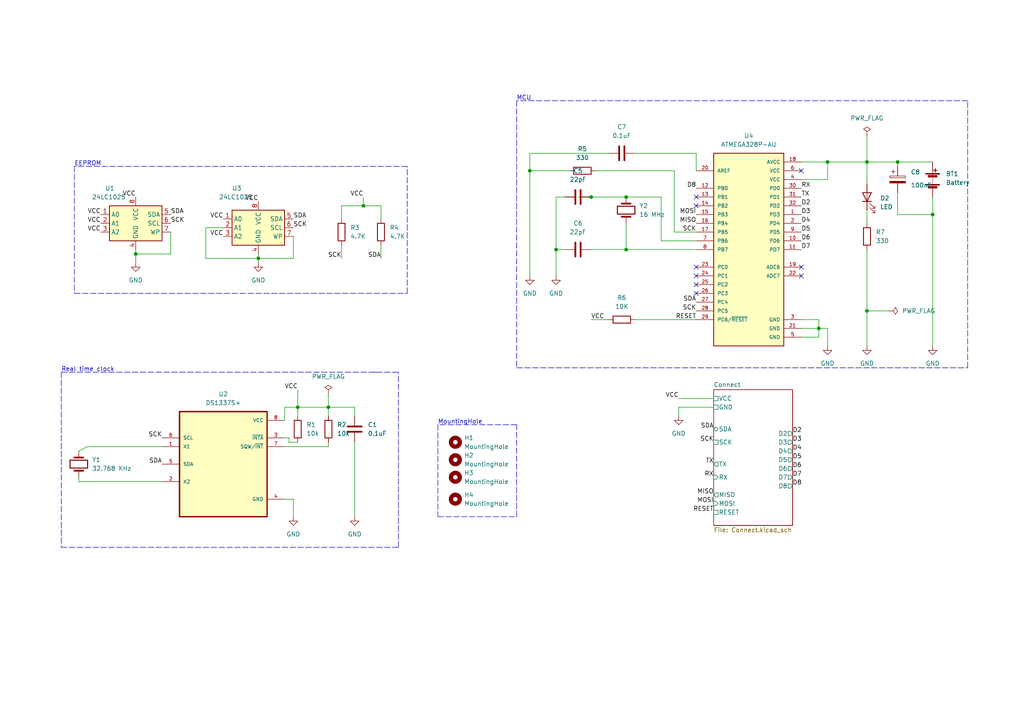
<source format=kicad_sch>
(kicad_sch (version 20211123) (generator eeschema)

  (uuid e63e39d7-6ac0-4ffd-8aa3-1841a4541b55)

  (paper "A4")

  (title_block
    (title "MCU with memory and clock")
    (date "2022-01-06")
    (rev "1")
  )

  (lib_symbols
    (symbol "ATMEGA328P-AU:ATMEGA328P-AU" (pin_names (offset 1.016)) (in_bom yes) (on_board yes)
      (property "Reference" "U4" (id 0) (at 0 33.02 0)
        (effects (font (size 1.27 1.27)))
      )
      (property "Value" "ATMEGA328P-AU" (id 1) (at 0 30.48 0)
        (effects (font (size 1.27 1.27)))
      )
      (property "Footprint" "footprint:QFP80P900X900X120-32N" (id 2) (at 0 0 0)
        (effects (font (size 1.27 1.27)) (justify left bottom) hide)
      )
      (property "Datasheet" "" (id 3) (at 0 0 0)
        (effects (font (size 1.27 1.27)) (justify left bottom) hide)
      )
      (property "MANUFACTURER" "Atmel" (id 4) (at 0 0 0)
        (effects (font (size 1.27 1.27)) (justify left bottom) hide)
      )
      (property "ki_locked" "" (id 5) (at 0 0 0)
        (effects (font (size 1.27 1.27)))
      )
      (symbol "ATMEGA328P-AU_0_0"
        (rectangle (start -10.16 -27.94) (end 10.16 27.94)
          (stroke (width 0.254) (type default) (color 0 0 0 0))
          (fill (type background))
        )
        (pin bidirectional line (at 15.24 10.16 180) (length 5.08)
          (name "PD3" (effects (font (size 1.016 1.016))))
          (number "1" (effects (font (size 1.016 1.016))))
        )
        (pin bidirectional line (at 15.24 2.54 180) (length 5.08)
          (name "PD6" (effects (font (size 1.016 1.016))))
          (number "10" (effects (font (size 1.016 1.016))))
        )
        (pin bidirectional line (at 15.24 0 180) (length 5.08)
          (name "PD7" (effects (font (size 1.016 1.016))))
          (number "11" (effects (font (size 1.016 1.016))))
        )
        (pin bidirectional line (at -15.24 17.78 0) (length 5.08)
          (name "PB0" (effects (font (size 1.016 1.016))))
          (number "12" (effects (font (size 1.016 1.016))))
        )
        (pin bidirectional line (at -15.24 15.24 0) (length 5.08)
          (name "PB1" (effects (font (size 1.016 1.016))))
          (number "13" (effects (font (size 1.016 1.016))))
        )
        (pin bidirectional line (at -15.24 12.7 0) (length 5.08)
          (name "PB2" (effects (font (size 1.016 1.016))))
          (number "14" (effects (font (size 1.016 1.016))))
        )
        (pin bidirectional line (at -15.24 10.16 0) (length 5.08)
          (name "PB3" (effects (font (size 1.016 1.016))))
          (number "15" (effects (font (size 1.016 1.016))))
        )
        (pin bidirectional line (at -15.24 7.62 0) (length 5.08)
          (name "PB4" (effects (font (size 1.016 1.016))))
          (number "16" (effects (font (size 1.016 1.016))))
        )
        (pin bidirectional line (at -15.24 5.08 0) (length 5.08)
          (name "PB5" (effects (font (size 1.016 1.016))))
          (number "17" (effects (font (size 1.016 1.016))))
        )
        (pin power_in line (at 15.24 25.4 180) (length 5.08)
          (name "AVCC" (effects (font (size 1.016 1.016))))
          (number "18" (effects (font (size 1.016 1.016))))
        )
        (pin bidirectional line (at 15.24 -5.08 180) (length 5.08)
          (name "ADC6" (effects (font (size 1.016 1.016))))
          (number "19" (effects (font (size 1.016 1.016))))
        )
        (pin bidirectional line (at 15.24 7.62 180) (length 5.08)
          (name "PD4" (effects (font (size 1.016 1.016))))
          (number "2" (effects (font (size 1.016 1.016))))
        )
        (pin input line (at -15.24 22.86 0) (length 5.08)
          (name "AREF" (effects (font (size 1.016 1.016))))
          (number "20" (effects (font (size 1.016 1.016))))
        )
        (pin power_in line (at 15.24 -22.86 180) (length 5.08)
          (name "GND" (effects (font (size 1.016 1.016))))
          (number "21" (effects (font (size 1.016 1.016))))
        )
        (pin bidirectional line (at 15.24 -7.62 180) (length 5.08)
          (name "ADC7" (effects (font (size 1.016 1.016))))
          (number "22" (effects (font (size 1.016 1.016))))
        )
        (pin bidirectional line (at -15.24 -5.08 0) (length 5.08)
          (name "PC0" (effects (font (size 1.016 1.016))))
          (number "23" (effects (font (size 1.016 1.016))))
        )
        (pin bidirectional line (at -15.24 -7.62 0) (length 5.08)
          (name "PC1" (effects (font (size 1.016 1.016))))
          (number "24" (effects (font (size 1.016 1.016))))
        )
        (pin bidirectional line (at -15.24 -10.16 0) (length 5.08)
          (name "PC2" (effects (font (size 1.016 1.016))))
          (number "25" (effects (font (size 1.016 1.016))))
        )
        (pin bidirectional line (at -15.24 -12.7 0) (length 5.08)
          (name "PC3" (effects (font (size 1.016 1.016))))
          (number "26" (effects (font (size 1.016 1.016))))
        )
        (pin bidirectional line (at -15.24 -15.24 0) (length 5.08)
          (name "PC4" (effects (font (size 1.016 1.016))))
          (number "27" (effects (font (size 1.016 1.016))))
        )
        (pin bidirectional line (at -15.24 -17.78 0) (length 5.08)
          (name "PC5" (effects (font (size 1.016 1.016))))
          (number "28" (effects (font (size 1.016 1.016))))
        )
        (pin bidirectional line (at -15.24 -20.32 0) (length 5.08)
          (name "PC6/~{RESET}" (effects (font (size 1.016 1.016))))
          (number "29" (effects (font (size 1.016 1.016))))
        )
        (pin power_in line (at 15.24 -20.32 180) (length 5.08)
          (name "GND" (effects (font (size 1.016 1.016))))
          (number "3" (effects (font (size 1.016 1.016))))
        )
        (pin bidirectional line (at 15.24 17.78 180) (length 5.08)
          (name "PD0" (effects (font (size 1.016 1.016))))
          (number "30" (effects (font (size 1.016 1.016))))
        )
        (pin bidirectional line (at 15.24 15.24 180) (length 5.08)
          (name "PD1" (effects (font (size 1.016 1.016))))
          (number "31" (effects (font (size 1.016 1.016))))
        )
        (pin bidirectional line (at 15.24 12.7 180) (length 5.08)
          (name "PD2" (effects (font (size 1.016 1.016))))
          (number "32" (effects (font (size 1.016 1.016))))
        )
        (pin power_in line (at 15.24 20.32 180) (length 5.08)
          (name "VCC" (effects (font (size 1.016 1.016))))
          (number "4" (effects (font (size 1.016 1.016))))
        )
        (pin power_in line (at 15.24 -25.4 180) (length 5.08)
          (name "GND" (effects (font (size 1.016 1.016))))
          (number "5" (effects (font (size 1.016 1.016))))
        )
        (pin power_in line (at 15.24 22.86 180) (length 5.08)
          (name "VCC" (effects (font (size 1.016 1.016))))
          (number "6" (effects (font (size 1.016 1.016))))
        )
        (pin bidirectional line (at -15.24 2.54 0) (length 5.08)
          (name "PB6" (effects (font (size 1.016 1.016))))
          (number "7" (effects (font (size 1.016 1.016))))
        )
        (pin bidirectional line (at -15.24 0 0) (length 5.08)
          (name "PB7" (effects (font (size 1.016 1.016))))
          (number "8" (effects (font (size 1.016 1.016))))
        )
        (pin bidirectional line (at 15.24 5.08 180) (length 5.08)
          (name "PD5" (effects (font (size 1.016 1.016))))
          (number "9" (effects (font (size 1.016 1.016))))
        )
      )
    )
    (symbol "DS1337S_:DS1337S+" (pin_names (offset 1.016)) (in_bom yes) (on_board yes)
      (property "Reference" "U" (id 0) (at -12.7 16.2306 0)
        (effects (font (size 1.27 1.27)) (justify left bottom))
      )
      (property "Value" "DS1337S+" (id 1) (at -12.7 -19.2278 0)
        (effects (font (size 1.27 1.27)) (justify left bottom))
      )
      (property "Footprint" "SOIC127P600X175-8N" (id 2) (at 0 0 0)
        (effects (font (size 1.27 1.27)) (justify left bottom) hide)
      )
      (property "Datasheet" "" (id 3) (at 0 0 0)
        (effects (font (size 1.27 1.27)) (justify left bottom) hide)
      )
      (property "ki_locked" "" (id 4) (at 0 0 0)
        (effects (font (size 1.27 1.27)))
      )
      (symbol "DS1337S+_0_0"
        (rectangle (start -12.7 -15.24) (end 12.7 15.24)
          (stroke (width 0.4064) (type default) (color 0 0 0 0))
          (fill (type background))
        )
        (pin input line (at -17.78 5.08 0) (length 5.08)
          (name "X1" (effects (font (size 1.016 1.016))))
          (number "1" (effects (font (size 1.016 1.016))))
        )
        (pin bidirectional line (at -17.78 -5.08 0) (length 5.08)
          (name "X2" (effects (font (size 1.016 1.016))))
          (number "2" (effects (font (size 1.016 1.016))))
        )
        (pin output line (at 17.78 7.62 180) (length 5.08)
          (name "~{INTA}" (effects (font (size 1.016 1.016))))
          (number "3" (effects (font (size 1.016 1.016))))
        )
        (pin power_in line (at 17.78 -10.16 180) (length 5.08)
          (name "GND" (effects (font (size 1.016 1.016))))
          (number "4" (effects (font (size 1.016 1.016))))
        )
        (pin bidirectional line (at -17.78 0 0) (length 5.08)
          (name "SDA" (effects (font (size 1.016 1.016))))
          (number "5" (effects (font (size 1.016 1.016))))
        )
        (pin input line (at -17.78 7.62 0) (length 5.08)
          (name "SCL" (effects (font (size 1.016 1.016))))
          (number "6" (effects (font (size 1.016 1.016))))
        )
        (pin output line (at 17.78 5.08 180) (length 5.08)
          (name "SQW/~{INT}" (effects (font (size 1.016 1.016))))
          (number "7" (effects (font (size 1.016 1.016))))
        )
        (pin power_in line (at 17.78 12.7 180) (length 5.08)
          (name "VCC" (effects (font (size 1.016 1.016))))
          (number "8" (effects (font (size 1.016 1.016))))
        )
      )
    )
    (symbol "Device:Battery" (pin_numbers hide) (pin_names (offset 0) hide) (in_bom yes) (on_board yes)
      (property "Reference" "BT" (id 0) (at 2.54 2.54 0)
        (effects (font (size 1.27 1.27)) (justify left))
      )
      (property "Value" "Battery" (id 1) (at 2.54 0 0)
        (effects (font (size 1.27 1.27)) (justify left))
      )
      (property "Footprint" "" (id 2) (at 0 1.524 90)
        (effects (font (size 1.27 1.27)) hide)
      )
      (property "Datasheet" "~" (id 3) (at 0 1.524 90)
        (effects (font (size 1.27 1.27)) hide)
      )
      (property "ki_keywords" "batt voltage-source cell" (id 4) (at 0 0 0)
        (effects (font (size 1.27 1.27)) hide)
      )
      (property "ki_description" "Multiple-cell battery" (id 5) (at 0 0 0)
        (effects (font (size 1.27 1.27)) hide)
      )
      (symbol "Battery_0_1"
        (rectangle (start -2.032 -1.397) (end 2.032 -1.651)
          (stroke (width 0) (type default) (color 0 0 0 0))
          (fill (type outline))
        )
        (rectangle (start -2.032 1.778) (end 2.032 1.524)
          (stroke (width 0) (type default) (color 0 0 0 0))
          (fill (type outline))
        )
        (rectangle (start -1.3208 -1.9812) (end 1.27 -2.4892)
          (stroke (width 0) (type default) (color 0 0 0 0))
          (fill (type outline))
        )
        (rectangle (start -1.3208 1.1938) (end 1.27 0.6858)
          (stroke (width 0) (type default) (color 0 0 0 0))
          (fill (type outline))
        )
        (polyline
          (pts
            (xy 0 -1.524)
            (xy 0 -1.27)
          )
          (stroke (width 0) (type default) (color 0 0 0 0))
          (fill (type none))
        )
        (polyline
          (pts
            (xy 0 -1.016)
            (xy 0 -0.762)
          )
          (stroke (width 0) (type default) (color 0 0 0 0))
          (fill (type none))
        )
        (polyline
          (pts
            (xy 0 -0.508)
            (xy 0 -0.254)
          )
          (stroke (width 0) (type default) (color 0 0 0 0))
          (fill (type none))
        )
        (polyline
          (pts
            (xy 0 0)
            (xy 0 0.254)
          )
          (stroke (width 0) (type default) (color 0 0 0 0))
          (fill (type none))
        )
        (polyline
          (pts
            (xy 0 0.508)
            (xy 0 0.762)
          )
          (stroke (width 0) (type default) (color 0 0 0 0))
          (fill (type none))
        )
        (polyline
          (pts
            (xy 0 1.778)
            (xy 0 2.54)
          )
          (stroke (width 0) (type default) (color 0 0 0 0))
          (fill (type none))
        )
        (polyline
          (pts
            (xy 0.254 2.667)
            (xy 1.27 2.667)
          )
          (stroke (width 0.254) (type default) (color 0 0 0 0))
          (fill (type none))
        )
        (polyline
          (pts
            (xy 0.762 3.175)
            (xy 0.762 2.159)
          )
          (stroke (width 0.254) (type default) (color 0 0 0 0))
          (fill (type none))
        )
      )
      (symbol "Battery_1_1"
        (pin passive line (at 0 5.08 270) (length 2.54)
          (name "+" (effects (font (size 1.27 1.27))))
          (number "1" (effects (font (size 1.27 1.27))))
        )
        (pin passive line (at 0 -5.08 90) (length 2.54)
          (name "-" (effects (font (size 1.27 1.27))))
          (number "2" (effects (font (size 1.27 1.27))))
        )
      )
    )
    (symbol "Device:C" (pin_numbers hide) (pin_names (offset 0.254)) (in_bom yes) (on_board yes)
      (property "Reference" "C" (id 0) (at 0.635 2.54 0)
        (effects (font (size 1.27 1.27)) (justify left))
      )
      (property "Value" "C" (id 1) (at 0.635 -2.54 0)
        (effects (font (size 1.27 1.27)) (justify left))
      )
      (property "Footprint" "" (id 2) (at 0.9652 -3.81 0)
        (effects (font (size 1.27 1.27)) hide)
      )
      (property "Datasheet" "~" (id 3) (at 0 0 0)
        (effects (font (size 1.27 1.27)) hide)
      )
      (property "ki_keywords" "cap capacitor" (id 4) (at 0 0 0)
        (effects (font (size 1.27 1.27)) hide)
      )
      (property "ki_description" "Unpolarized capacitor" (id 5) (at 0 0 0)
        (effects (font (size 1.27 1.27)) hide)
      )
      (property "ki_fp_filters" "C_*" (id 6) (at 0 0 0)
        (effects (font (size 1.27 1.27)) hide)
      )
      (symbol "C_0_1"
        (polyline
          (pts
            (xy -2.032 -0.762)
            (xy 2.032 -0.762)
          )
          (stroke (width 0.508) (type default) (color 0 0 0 0))
          (fill (type none))
        )
        (polyline
          (pts
            (xy -2.032 0.762)
            (xy 2.032 0.762)
          )
          (stroke (width 0.508) (type default) (color 0 0 0 0))
          (fill (type none))
        )
      )
      (symbol "C_1_1"
        (pin passive line (at 0 3.81 270) (length 2.794)
          (name "~" (effects (font (size 1.27 1.27))))
          (number "1" (effects (font (size 1.27 1.27))))
        )
        (pin passive line (at 0 -3.81 90) (length 2.794)
          (name "~" (effects (font (size 1.27 1.27))))
          (number "2" (effects (font (size 1.27 1.27))))
        )
      )
    )
    (symbol "Device:C_Polarized" (pin_numbers hide) (pin_names (offset 0.254)) (in_bom yes) (on_board yes)
      (property "Reference" "C" (id 0) (at 0.635 2.54 0)
        (effects (font (size 1.27 1.27)) (justify left))
      )
      (property "Value" "C_Polarized" (id 1) (at 0.635 -2.54 0)
        (effects (font (size 1.27 1.27)) (justify left))
      )
      (property "Footprint" "" (id 2) (at 0.9652 -3.81 0)
        (effects (font (size 1.27 1.27)) hide)
      )
      (property "Datasheet" "~" (id 3) (at 0 0 0)
        (effects (font (size 1.27 1.27)) hide)
      )
      (property "ki_keywords" "cap capacitor" (id 4) (at 0 0 0)
        (effects (font (size 1.27 1.27)) hide)
      )
      (property "ki_description" "Polarized capacitor" (id 5) (at 0 0 0)
        (effects (font (size 1.27 1.27)) hide)
      )
      (property "ki_fp_filters" "CP_*" (id 6) (at 0 0 0)
        (effects (font (size 1.27 1.27)) hide)
      )
      (symbol "C_Polarized_0_1"
        (rectangle (start -2.286 0.508) (end 2.286 1.016)
          (stroke (width 0) (type default) (color 0 0 0 0))
          (fill (type none))
        )
        (polyline
          (pts
            (xy -1.778 2.286)
            (xy -0.762 2.286)
          )
          (stroke (width 0) (type default) (color 0 0 0 0))
          (fill (type none))
        )
        (polyline
          (pts
            (xy -1.27 2.794)
            (xy -1.27 1.778)
          )
          (stroke (width 0) (type default) (color 0 0 0 0))
          (fill (type none))
        )
        (rectangle (start 2.286 -0.508) (end -2.286 -1.016)
          (stroke (width 0) (type default) (color 0 0 0 0))
          (fill (type outline))
        )
      )
      (symbol "C_Polarized_1_1"
        (pin passive line (at 0 3.81 270) (length 2.794)
          (name "~" (effects (font (size 1.27 1.27))))
          (number "1" (effects (font (size 1.27 1.27))))
        )
        (pin passive line (at 0 -3.81 90) (length 2.794)
          (name "~" (effects (font (size 1.27 1.27))))
          (number "2" (effects (font (size 1.27 1.27))))
        )
      )
    )
    (symbol "Device:Crystal" (pin_numbers hide) (pin_names (offset 1.016) hide) (in_bom yes) (on_board yes)
      (property "Reference" "Y" (id 0) (at 0 3.81 0)
        (effects (font (size 1.27 1.27)))
      )
      (property "Value" "Crystal" (id 1) (at 0 -3.81 0)
        (effects (font (size 1.27 1.27)))
      )
      (property "Footprint" "" (id 2) (at 0 0 0)
        (effects (font (size 1.27 1.27)) hide)
      )
      (property "Datasheet" "~" (id 3) (at 0 0 0)
        (effects (font (size 1.27 1.27)) hide)
      )
      (property "ki_keywords" "quartz ceramic resonator oscillator" (id 4) (at 0 0 0)
        (effects (font (size 1.27 1.27)) hide)
      )
      (property "ki_description" "Two pin crystal" (id 5) (at 0 0 0)
        (effects (font (size 1.27 1.27)) hide)
      )
      (property "ki_fp_filters" "Crystal*" (id 6) (at 0 0 0)
        (effects (font (size 1.27 1.27)) hide)
      )
      (symbol "Crystal_0_1"
        (rectangle (start -1.143 2.54) (end 1.143 -2.54)
          (stroke (width 0.3048) (type default) (color 0 0 0 0))
          (fill (type none))
        )
        (polyline
          (pts
            (xy -2.54 0)
            (xy -1.905 0)
          )
          (stroke (width 0) (type default) (color 0 0 0 0))
          (fill (type none))
        )
        (polyline
          (pts
            (xy -1.905 -1.27)
            (xy -1.905 1.27)
          )
          (stroke (width 0.508) (type default) (color 0 0 0 0))
          (fill (type none))
        )
        (polyline
          (pts
            (xy 1.905 -1.27)
            (xy 1.905 1.27)
          )
          (stroke (width 0.508) (type default) (color 0 0 0 0))
          (fill (type none))
        )
        (polyline
          (pts
            (xy 2.54 0)
            (xy 1.905 0)
          )
          (stroke (width 0) (type default) (color 0 0 0 0))
          (fill (type none))
        )
      )
      (symbol "Crystal_1_1"
        (pin passive line (at -3.81 0 0) (length 1.27)
          (name "1" (effects (font (size 1.27 1.27))))
          (number "1" (effects (font (size 1.27 1.27))))
        )
        (pin passive line (at 3.81 0 180) (length 1.27)
          (name "2" (effects (font (size 1.27 1.27))))
          (number "2" (effects (font (size 1.27 1.27))))
        )
      )
    )
    (symbol "Device:LED" (pin_numbers hide) (pin_names (offset 1.016) hide) (in_bom yes) (on_board yes)
      (property "Reference" "D" (id 0) (at 0 2.54 0)
        (effects (font (size 1.27 1.27)))
      )
      (property "Value" "LED" (id 1) (at 0 -2.54 0)
        (effects (font (size 1.27 1.27)))
      )
      (property "Footprint" "" (id 2) (at 0 0 0)
        (effects (font (size 1.27 1.27)) hide)
      )
      (property "Datasheet" "~" (id 3) (at 0 0 0)
        (effects (font (size 1.27 1.27)) hide)
      )
      (property "ki_keywords" "LED diode" (id 4) (at 0 0 0)
        (effects (font (size 1.27 1.27)) hide)
      )
      (property "ki_description" "Light emitting diode" (id 5) (at 0 0 0)
        (effects (font (size 1.27 1.27)) hide)
      )
      (property "ki_fp_filters" "LED* LED_SMD:* LED_THT:*" (id 6) (at 0 0 0)
        (effects (font (size 1.27 1.27)) hide)
      )
      (symbol "LED_0_1"
        (polyline
          (pts
            (xy -1.27 -1.27)
            (xy -1.27 1.27)
          )
          (stroke (width 0.254) (type default) (color 0 0 0 0))
          (fill (type none))
        )
        (polyline
          (pts
            (xy -1.27 0)
            (xy 1.27 0)
          )
          (stroke (width 0) (type default) (color 0 0 0 0))
          (fill (type none))
        )
        (polyline
          (pts
            (xy 1.27 -1.27)
            (xy 1.27 1.27)
            (xy -1.27 0)
            (xy 1.27 -1.27)
          )
          (stroke (width 0.254) (type default) (color 0 0 0 0))
          (fill (type none))
        )
        (polyline
          (pts
            (xy -3.048 -0.762)
            (xy -4.572 -2.286)
            (xy -3.81 -2.286)
            (xy -4.572 -2.286)
            (xy -4.572 -1.524)
          )
          (stroke (width 0) (type default) (color 0 0 0 0))
          (fill (type none))
        )
        (polyline
          (pts
            (xy -1.778 -0.762)
            (xy -3.302 -2.286)
            (xy -2.54 -2.286)
            (xy -3.302 -2.286)
            (xy -3.302 -1.524)
          )
          (stroke (width 0) (type default) (color 0 0 0 0))
          (fill (type none))
        )
      )
      (symbol "LED_1_1"
        (pin passive line (at -3.81 0 0) (length 2.54)
          (name "K" (effects (font (size 1.27 1.27))))
          (number "1" (effects (font (size 1.27 1.27))))
        )
        (pin passive line (at 3.81 0 180) (length 2.54)
          (name "A" (effects (font (size 1.27 1.27))))
          (number "2" (effects (font (size 1.27 1.27))))
        )
      )
    )
    (symbol "Device:R" (pin_numbers hide) (pin_names (offset 0)) (in_bom yes) (on_board yes)
      (property "Reference" "R" (id 0) (at 2.032 0 90)
        (effects (font (size 1.27 1.27)))
      )
      (property "Value" "R" (id 1) (at 0 0 90)
        (effects (font (size 1.27 1.27)))
      )
      (property "Footprint" "" (id 2) (at -1.778 0 90)
        (effects (font (size 1.27 1.27)) hide)
      )
      (property "Datasheet" "~" (id 3) (at 0 0 0)
        (effects (font (size 1.27 1.27)) hide)
      )
      (property "ki_keywords" "R res resistor" (id 4) (at 0 0 0)
        (effects (font (size 1.27 1.27)) hide)
      )
      (property "ki_description" "Resistor" (id 5) (at 0 0 0)
        (effects (font (size 1.27 1.27)) hide)
      )
      (property "ki_fp_filters" "R_*" (id 6) (at 0 0 0)
        (effects (font (size 1.27 1.27)) hide)
      )
      (symbol "R_0_1"
        (rectangle (start -1.016 -2.54) (end 1.016 2.54)
          (stroke (width 0.254) (type default) (color 0 0 0 0))
          (fill (type none))
        )
      )
      (symbol "R_1_1"
        (pin passive line (at 0 3.81 270) (length 1.27)
          (name "~" (effects (font (size 1.27 1.27))))
          (number "1" (effects (font (size 1.27 1.27))))
        )
        (pin passive line (at 0 -3.81 90) (length 1.27)
          (name "~" (effects (font (size 1.27 1.27))))
          (number "2" (effects (font (size 1.27 1.27))))
        )
      )
    )
    (symbol "Mechanical:MountingHole" (pin_names (offset 1.016)) (in_bom yes) (on_board yes)
      (property "Reference" "H" (id 0) (at 0 5.08 0)
        (effects (font (size 1.27 1.27)))
      )
      (property "Value" "MountingHole" (id 1) (at 0 3.175 0)
        (effects (font (size 1.27 1.27)))
      )
      (property "Footprint" "" (id 2) (at 0 0 0)
        (effects (font (size 1.27 1.27)) hide)
      )
      (property "Datasheet" "~" (id 3) (at 0 0 0)
        (effects (font (size 1.27 1.27)) hide)
      )
      (property "ki_keywords" "mounting hole" (id 4) (at 0 0 0)
        (effects (font (size 1.27 1.27)) hide)
      )
      (property "ki_description" "Mounting Hole without connection" (id 5) (at 0 0 0)
        (effects (font (size 1.27 1.27)) hide)
      )
      (property "ki_fp_filters" "MountingHole*" (id 6) (at 0 0 0)
        (effects (font (size 1.27 1.27)) hide)
      )
      (symbol "MountingHole_0_1"
        (circle (center 0 0) (radius 1.27)
          (stroke (width 1.27) (type default) (color 0 0 0 0))
          (fill (type none))
        )
      )
    )
    (symbol "Memory_EEPROM:24LC1025" (in_bom yes) (on_board yes)
      (property "Reference" "U" (id 0) (at -6.35 6.35 0)
        (effects (font (size 1.27 1.27)))
      )
      (property "Value" "24LC1025" (id 1) (at 1.27 6.35 0)
        (effects (font (size 1.27 1.27)) (justify left))
      )
      (property "Footprint" "" (id 2) (at 0 0 0)
        (effects (font (size 1.27 1.27)) hide)
      )
      (property "Datasheet" "http://ww1.microchip.com/downloads/en/DeviceDoc/21941B.pdf" (id 3) (at 0 0 0)
        (effects (font (size 1.27 1.27)) hide)
      )
      (property "ki_keywords" "I2C Serial EEPROM" (id 4) (at 0 0 0)
        (effects (font (size 1.27 1.27)) hide)
      )
      (property "ki_description" "I2C Serial EEPROM, 1024Kb, DIP-8/SOIC-8/TSSOP-8/DFN-8" (id 5) (at 0 0 0)
        (effects (font (size 1.27 1.27)) hide)
      )
      (property "ki_fp_filters" "DIP*W7.62mm* SOIC*3.9x4.9mm* TSSOP*4.4x3mm*P0.65mm* DFN*3x2mm*P0.5mm*" (id 6) (at 0 0 0)
        (effects (font (size 1.27 1.27)) hide)
      )
      (symbol "24LC1025_1_1"
        (rectangle (start -7.62 5.08) (end 7.62 -5.08)
          (stroke (width 0.254) (type default) (color 0 0 0 0))
          (fill (type background))
        )
        (pin input line (at -10.16 2.54 0) (length 2.54)
          (name "A0" (effects (font (size 1.27 1.27))))
          (number "1" (effects (font (size 1.27 1.27))))
        )
        (pin input line (at -10.16 0 0) (length 2.54)
          (name "A1" (effects (font (size 1.27 1.27))))
          (number "2" (effects (font (size 1.27 1.27))))
        )
        (pin input line (at -10.16 -2.54 0) (length 2.54)
          (name "A2" (effects (font (size 1.27 1.27))))
          (number "3" (effects (font (size 1.27 1.27))))
        )
        (pin power_in line (at 0 -7.62 90) (length 2.54)
          (name "GND" (effects (font (size 1.27 1.27))))
          (number "4" (effects (font (size 1.27 1.27))))
        )
        (pin bidirectional line (at 10.16 2.54 180) (length 2.54)
          (name "SDA" (effects (font (size 1.27 1.27))))
          (number "5" (effects (font (size 1.27 1.27))))
        )
        (pin input line (at 10.16 0 180) (length 2.54)
          (name "SCL" (effects (font (size 1.27 1.27))))
          (number "6" (effects (font (size 1.27 1.27))))
        )
        (pin input line (at 10.16 -2.54 180) (length 2.54)
          (name "WP" (effects (font (size 1.27 1.27))))
          (number "7" (effects (font (size 1.27 1.27))))
        )
        (pin power_in line (at 0 7.62 270) (length 2.54)
          (name "VCC" (effects (font (size 1.27 1.27))))
          (number "8" (effects (font (size 1.27 1.27))))
        )
      )
    )
    (symbol "power:GND" (power) (pin_names (offset 0)) (in_bom yes) (on_board yes)
      (property "Reference" "#PWR" (id 0) (at 0 -6.35 0)
        (effects (font (size 1.27 1.27)) hide)
      )
      (property "Value" "GND" (id 1) (at 0 -3.81 0)
        (effects (font (size 1.27 1.27)))
      )
      (property "Footprint" "" (id 2) (at 0 0 0)
        (effects (font (size 1.27 1.27)) hide)
      )
      (property "Datasheet" "" (id 3) (at 0 0 0)
        (effects (font (size 1.27 1.27)) hide)
      )
      (property "ki_keywords" "power-flag" (id 4) (at 0 0 0)
        (effects (font (size 1.27 1.27)) hide)
      )
      (property "ki_description" "Power symbol creates a global label with name \"GND\" , ground" (id 5) (at 0 0 0)
        (effects (font (size 1.27 1.27)) hide)
      )
      (symbol "GND_0_1"
        (polyline
          (pts
            (xy 0 0)
            (xy 0 -1.27)
            (xy 1.27 -1.27)
            (xy 0 -2.54)
            (xy -1.27 -1.27)
            (xy 0 -1.27)
          )
          (stroke (width 0) (type default) (color 0 0 0 0))
          (fill (type none))
        )
      )
      (symbol "GND_1_1"
        (pin power_in line (at 0 0 270) (length 0) hide
          (name "GND" (effects (font (size 1.27 1.27))))
          (number "1" (effects (font (size 1.27 1.27))))
        )
      )
    )
    (symbol "power:PWR_FLAG" (power) (pin_numbers hide) (pin_names (offset 0) hide) (in_bom yes) (on_board yes)
      (property "Reference" "#FLG" (id 0) (at 0 1.905 0)
        (effects (font (size 1.27 1.27)) hide)
      )
      (property "Value" "PWR_FLAG" (id 1) (at 0 3.81 0)
        (effects (font (size 1.27 1.27)))
      )
      (property "Footprint" "" (id 2) (at 0 0 0)
        (effects (font (size 1.27 1.27)) hide)
      )
      (property "Datasheet" "~" (id 3) (at 0 0 0)
        (effects (font (size 1.27 1.27)) hide)
      )
      (property "ki_keywords" "power-flag" (id 4) (at 0 0 0)
        (effects (font (size 1.27 1.27)) hide)
      )
      (property "ki_description" "Special symbol for telling ERC where power comes from" (id 5) (at 0 0 0)
        (effects (font (size 1.27 1.27)) hide)
      )
      (symbol "PWR_FLAG_0_0"
        (pin power_out line (at 0 0 90) (length 0)
          (name "pwr" (effects (font (size 1.27 1.27))))
          (number "1" (effects (font (size 1.27 1.27))))
        )
      )
      (symbol "PWR_FLAG_0_1"
        (polyline
          (pts
            (xy 0 0)
            (xy 0 1.27)
            (xy -1.016 1.905)
            (xy 0 2.54)
            (xy 1.016 1.905)
            (xy 0 1.27)
          )
          (stroke (width 0) (type default) (color 0 0 0 0))
          (fill (type none))
        )
      )
    )
  )


  (junction (at 260.35 46.99) (diameter 0) (color 0 0 0 0)
    (uuid 2306a669-cd5e-4f49-8154-d1f9a5d490b8)
  )
  (junction (at 251.46 90.17) (diameter 0) (color 0 0 0 0)
    (uuid 2e9e9238-3d92-41a5-b998-aab2f0fa4473)
  )
  (junction (at 237.49 95.25) (diameter 0) (color 0 0 0 0)
    (uuid 5e6f3f9c-aabb-4a89-8c95-f4a7cbe9a099)
  )
  (junction (at 270.51 62.23) (diameter 0) (color 0 0 0 0)
    (uuid 65ba93cb-0f62-4308-b188-0c8ad9bb37e9)
  )
  (junction (at 171.45 57.15) (diameter 0) (color 0 0 0 0)
    (uuid 6e7fd6a7-32e8-47eb-b0ee-d49031b9cf29)
  )
  (junction (at 74.93 74.93) (diameter 0) (color 0 0 0 0)
    (uuid 744f3e06-875a-47ea-9f7b-db2dbedeeb69)
  )
  (junction (at 181.61 57.15) (diameter 0) (color 0 0 0 0)
    (uuid 8417fad7-ad31-4dbd-a511-7d214f2c6e3f)
  )
  (junction (at 95.25 118.11) (diameter 0) (color 0 0 0 0)
    (uuid 8811a487-bba4-4ee3-af9a-54d5c56c8082)
  )
  (junction (at 39.37 73.66) (diameter 0) (color 0 0 0 0)
    (uuid 9e7992da-4b5a-4a46-9f1e-0f687c5e4064)
  )
  (junction (at 161.29 72.39) (diameter 0) (color 0 0 0 0)
    (uuid a3f68191-c1eb-4771-8830-ab6654e10bcf)
  )
  (junction (at 240.03 46.99) (diameter 0) (color 0 0 0 0)
    (uuid a9fc96f9-3b77-41de-be25-14e78963656f)
  )
  (junction (at 181.61 72.39) (diameter 0) (color 0 0 0 0)
    (uuid c38ce615-9124-4707-a7c4-b9579529c3ac)
  )
  (junction (at 251.46 46.99) (diameter 0) (color 0 0 0 0)
    (uuid d8b85f1a-d392-49ef-903b-9ac63f56c3ad)
  )
  (junction (at 153.67 49.53) (diameter 0) (color 0 0 0 0)
    (uuid dfdc0226-6009-4524-afc8-f6da0a0ffdd9)
  )
  (junction (at 105.41 59.69) (diameter 0) (color 0 0 0 0)
    (uuid e92b6343-3ada-43fc-8307-9f3e21780ba2)
  )
  (junction (at 86.36 118.11) (diameter 0) (color 0 0 0 0)
    (uuid f3109ce4-59cf-4008-8760-6e983dd06762)
  )

  (no_connect (at 201.93 77.47) (uuid be66f2b8-05db-48d9-b75c-a6834af08e31))
  (no_connect (at 201.93 80.01) (uuid be66f2b8-05db-48d9-b75c-a6834af08e31))
  (no_connect (at 201.93 82.55) (uuid be66f2b8-05db-48d9-b75c-a6834af08e31))
  (no_connect (at 201.93 85.09) (uuid be66f2b8-05db-48d9-b75c-a6834af08e31))
  (no_connect (at 232.41 77.47) (uuid be66f2b8-05db-48d9-b75c-a6834af08e31))
  (no_connect (at 232.41 80.01) (uuid be66f2b8-05db-48d9-b75c-a6834af08e31))
  (no_connect (at 232.41 49.53) (uuid be66f2b8-05db-48d9-b75c-a6834af08e31))
  (no_connect (at 201.93 57.15) (uuid c7323a23-b578-4c54-ac8f-65d402628351))
  (no_connect (at 201.93 59.69) (uuid c7323a23-b578-4c54-ac8f-65d402628351))

  (wire (pts (xy 86.36 113.03) (xy 86.36 118.11))
    (stroke (width 0) (type default) (color 0 0 0 0))
    (uuid 02e0c628-5ff3-4c4f-a30b-b95b38fa898f)
  )
  (wire (pts (xy 110.49 71.12) (xy 110.49 74.93))
    (stroke (width 0) (type default) (color 0 0 0 0))
    (uuid 03b5bd0b-0ac0-4591-93af-6d474cd87be0)
  )
  (wire (pts (xy 176.53 44.45) (xy 153.67 44.45))
    (stroke (width 0) (type default) (color 0 0 0 0))
    (uuid 05c8a283-8ba5-4d3f-945c-009ce0b1f404)
  )
  (wire (pts (xy 153.67 49.53) (xy 153.67 80.01))
    (stroke (width 0) (type default) (color 0 0 0 0))
    (uuid 07f03035-9c38-43b3-b067-867c9c415f54)
  )
  (wire (pts (xy 201.93 49.53) (xy 201.93 44.45))
    (stroke (width 0) (type default) (color 0 0 0 0))
    (uuid 0877de63-3c9f-4175-a762-41f2849c347f)
  )
  (polyline (pts (xy 21.59 48.26) (xy 21.59 85.09))
    (stroke (width 0) (type default) (color 0 0 0 0))
    (uuid 0ffa94b7-8abb-4977-a82a-eca8ff360d05)
  )

  (wire (pts (xy 181.61 57.15) (xy 191.77 57.15))
    (stroke (width 0) (type default) (color 0 0 0 0))
    (uuid 0ffb161e-fc92-4257-8c46-bb3b5a1b68ab)
  )
  (wire (pts (xy 181.61 64.77) (xy 181.61 72.39))
    (stroke (width 0) (type default) (color 0 0 0 0))
    (uuid 10146faf-0973-4cae-b731-58a150328e70)
  )
  (wire (pts (xy 153.67 44.45) (xy 153.67 49.53))
    (stroke (width 0) (type default) (color 0 0 0 0))
    (uuid 10293a98-1980-4cd5-8738-0f0546937bcf)
  )
  (wire (pts (xy 165.1 49.53) (xy 153.67 49.53))
    (stroke (width 0) (type default) (color 0 0 0 0))
    (uuid 1102afb7-2d41-46d3-876d-3ea4a68c4803)
  )
  (wire (pts (xy 251.46 90.17) (xy 251.46 100.33))
    (stroke (width 0) (type default) (color 0 0 0 0))
    (uuid 1370e5fc-fb5e-49b6-bdc8-706db948a275)
  )
  (wire (pts (xy 260.35 55.88) (xy 260.35 62.23))
    (stroke (width 0) (type default) (color 0 0 0 0))
    (uuid 1a37fda0-d5df-4f6b-bc68-843a057178e3)
  )
  (wire (pts (xy 260.35 62.23) (xy 270.51 62.23))
    (stroke (width 0) (type default) (color 0 0 0 0))
    (uuid 1a89ff58-9455-4b14-85a2-97b999877632)
  )
  (polyline (pts (xy 21.59 85.09) (xy 118.11 85.09))
    (stroke (width 0) (type default) (color 0 0 0 0))
    (uuid 1ff4aae0-827a-42cf-97cd-9aa95f7fc207)
  )

  (wire (pts (xy 171.45 92.71) (xy 176.53 92.71))
    (stroke (width 0) (type default) (color 0 0 0 0))
    (uuid 21d3208c-3969-45dd-937f-4a5747ce0218)
  )
  (polyline (pts (xy 107.95 107.95) (xy 109.22 107.95))
    (stroke (width 0) (type default) (color 0 0 0 0))
    (uuid 23b68280-8f8f-4640-9ce0-4a1fb6c57559)
  )

  (wire (pts (xy 82.55 118.11) (xy 86.36 118.11))
    (stroke (width 0) (type default) (color 0 0 0 0))
    (uuid 266a921e-6651-401a-b8cd-217c5fe769b6)
  )
  (wire (pts (xy 181.61 57.15) (xy 171.45 57.15))
    (stroke (width 0) (type default) (color 0 0 0 0))
    (uuid 26a064a9-2e73-4844-864e-1d8d28696b67)
  )
  (wire (pts (xy 260.35 46.99) (xy 270.51 46.99))
    (stroke (width 0) (type default) (color 0 0 0 0))
    (uuid 26e76203-43e5-4cb6-8e64-570397396756)
  )
  (wire (pts (xy 59.69 74.93) (xy 74.93 74.93))
    (stroke (width 0) (type default) (color 0 0 0 0))
    (uuid 28af46a3-43af-4d16-ae6e-590365fc9149)
  )
  (polyline (pts (xy 149.86 123.19) (xy 127 123.19))
    (stroke (width 0) (type default) (color 0 0 0 0))
    (uuid 2918fd7e-3dc4-480e-af98-862842f8a348)
  )

  (wire (pts (xy 85.09 68.58) (xy 85.09 74.93))
    (stroke (width 0) (type default) (color 0 0 0 0))
    (uuid 30206f56-c3bd-48df-a598-67d7342dd2bd)
  )
  (polyline (pts (xy 17.78 107.95) (xy 17.78 158.75))
    (stroke (width 0) (type default) (color 0 0 0 0))
    (uuid 30f7c54a-25ab-4b1b-9e1e-2ec0501e1477)
  )

  (wire (pts (xy 105.41 57.15) (xy 105.41 59.69))
    (stroke (width 0) (type default) (color 0 0 0 0))
    (uuid 38b30835-28cd-460d-97b7-81a3ed309a28)
  )
  (wire (pts (xy 191.77 57.15) (xy 191.77 69.85))
    (stroke (width 0) (type default) (color 0 0 0 0))
    (uuid 398bbbc9-3c1d-4461-87fa-5b9d4b6dbb12)
  )
  (wire (pts (xy 196.85 115.57) (xy 207.01 115.57))
    (stroke (width 0) (type default) (color 0 0 0 0))
    (uuid 3df05cd4-396f-4b06-97a7-3236577215fb)
  )
  (polyline (pts (xy 115.57 158.75) (xy 115.57 107.95))
    (stroke (width 0) (type default) (color 0 0 0 0))
    (uuid 4276ed68-0e37-4818-879f-62d18b15c6ed)
  )

  (wire (pts (xy 64.77 66.04) (xy 59.69 66.04))
    (stroke (width 0) (type default) (color 0 0 0 0))
    (uuid 45a911dc-d27b-4f88-bc7e-d2b95dec7258)
  )
  (wire (pts (xy 195.58 67.31) (xy 201.93 67.31))
    (stroke (width 0) (type default) (color 0 0 0 0))
    (uuid 4891d65d-3d2c-4ef1-885d-f1fe83448f7f)
  )
  (polyline (pts (xy 127 149.86) (xy 149.86 149.86))
    (stroke (width 0) (type default) (color 0 0 0 0))
    (uuid 49a2f0a2-b28a-4d4f-81f5-0a07fb732226)
  )

  (wire (pts (xy 232.41 46.99) (xy 240.03 46.99))
    (stroke (width 0) (type default) (color 0 0 0 0))
    (uuid 4b3f6be4-ff3a-4d56-99c4-21f51e0946fc)
  )
  (wire (pts (xy 95.25 114.3) (xy 95.25 118.11))
    (stroke (width 0) (type default) (color 0 0 0 0))
    (uuid 4b42f225-5e05-4a27-b4cf-f645dc0c47c9)
  )
  (wire (pts (xy 240.03 52.07) (xy 240.03 46.99))
    (stroke (width 0) (type default) (color 0 0 0 0))
    (uuid 4b8909a8-40aa-43ed-95f4-2d6818772405)
  )
  (polyline (pts (xy 118.11 48.26) (xy 21.59 48.26))
    (stroke (width 0) (type default) (color 0 0 0 0))
    (uuid 4d64fe67-c185-4a70-8338-52a9c1036f23)
  )

  (wire (pts (xy 49.53 73.66) (xy 39.37 73.66))
    (stroke (width 0) (type default) (color 0 0 0 0))
    (uuid 4f4b66cb-0b6b-4577-8aef-1b6cbd78b5e5)
  )
  (wire (pts (xy 171.45 57.15) (xy 167.64 57.15))
    (stroke (width 0) (type default) (color 0 0 0 0))
    (uuid 517402d0-8b1f-48a5-ad95-903935a695ec)
  )
  (polyline (pts (xy 149.86 106.68) (xy 280.67 106.68))
    (stroke (width 0) (type default) (color 0 0 0 0))
    (uuid 58e79c17-95a5-4dab-ae87-e8db4739adc5)
  )

  (wire (pts (xy 39.37 73.66) (xy 39.37 76.2))
    (stroke (width 0) (type default) (color 0 0 0 0))
    (uuid 592cfabb-4d20-47eb-9985-a171e50d01cd)
  )
  (wire (pts (xy 270.51 62.23) (xy 270.51 57.15))
    (stroke (width 0) (type default) (color 0 0 0 0))
    (uuid 5aa5a213-b6d2-4101-8d50-2de3ad83e898)
  )
  (polyline (pts (xy 127 123.19) (xy 127 149.86))
    (stroke (width 0) (type default) (color 0 0 0 0))
    (uuid 5c9cce88-0fc0-41df-8bdd-9a5a1e1d8369)
  )

  (wire (pts (xy 240.03 46.99) (xy 251.46 46.99))
    (stroke (width 0) (type default) (color 0 0 0 0))
    (uuid 5de7010b-02c2-41b4-8bd7-02cf98bc16ff)
  )
  (wire (pts (xy 251.46 46.99) (xy 251.46 53.34))
    (stroke (width 0) (type default) (color 0 0 0 0))
    (uuid 5f06a36b-aaf5-421b-869f-e4c3438f84f7)
  )
  (wire (pts (xy 240.03 100.33) (xy 240.03 95.25))
    (stroke (width 0) (type default) (color 0 0 0 0))
    (uuid 6392700f-5bd9-4fa1-82f1-7024f6e1bf32)
  )
  (wire (pts (xy 207.01 118.11) (xy 196.85 118.11))
    (stroke (width 0) (type default) (color 0 0 0 0))
    (uuid 6629dab2-85d6-455b-9083-5e9f9f4e1c43)
  )
  (wire (pts (xy 46.99 129.54) (xy 25.4 129.54))
    (stroke (width 0) (type default) (color 0 0 0 0))
    (uuid 670078b2-7af2-4257-af20-672fbb60e520)
  )
  (wire (pts (xy 161.29 72.39) (xy 161.29 80.01))
    (stroke (width 0) (type default) (color 0 0 0 0))
    (uuid 698f9884-a1ae-471e-bfec-dd895e97e6ea)
  )
  (wire (pts (xy 99.06 63.5) (xy 99.06 59.69))
    (stroke (width 0) (type default) (color 0 0 0 0))
    (uuid 6a438dc9-eedb-4c1c-9070-b49cdef521ee)
  )
  (wire (pts (xy 74.93 73.66) (xy 74.93 74.93))
    (stroke (width 0) (type default) (color 0 0 0 0))
    (uuid 6dcb69a3-33b0-4363-bb03-c5b9b95d7d49)
  )
  (wire (pts (xy 25.4 129.54) (xy 22.86 130.81))
    (stroke (width 0) (type default) (color 0 0 0 0))
    (uuid 7ac06c3f-f3b1-4f34-803e-842add53a6d7)
  )
  (wire (pts (xy 201.93 44.45) (xy 184.15 44.45))
    (stroke (width 0) (type default) (color 0 0 0 0))
    (uuid 7c8ab59f-8c1b-485f-a68f-dd656166c260)
  )
  (wire (pts (xy 82.55 144.78) (xy 85.09 144.78))
    (stroke (width 0) (type default) (color 0 0 0 0))
    (uuid 7caff93a-6e6b-4d6e-9b3e-bb7dd298b9a7)
  )
  (wire (pts (xy 191.77 69.85) (xy 201.93 69.85))
    (stroke (width 0) (type default) (color 0 0 0 0))
    (uuid 8093329c-f795-4a8e-93e5-6604c4b3755a)
  )
  (wire (pts (xy 195.58 49.53) (xy 195.58 67.31))
    (stroke (width 0) (type default) (color 0 0 0 0))
    (uuid 83935f46-48f4-49b2-af41-2647287e7a80)
  )
  (wire (pts (xy 232.41 52.07) (xy 240.03 52.07))
    (stroke (width 0) (type default) (color 0 0 0 0))
    (uuid 84c0594b-3df5-462f-b794-00b465372237)
  )
  (wire (pts (xy 105.41 59.69) (xy 110.49 59.69))
    (stroke (width 0) (type default) (color 0 0 0 0))
    (uuid 872f32e1-edbd-43a7-bafb-6d908a76fe5b)
  )
  (wire (pts (xy 270.51 62.23) (xy 270.51 100.33))
    (stroke (width 0) (type default) (color 0 0 0 0))
    (uuid 8734ada8-b7f7-406d-a45b-bc2b64e1ef1c)
  )
  (polyline (pts (xy 118.11 85.09) (xy 118.11 48.26))
    (stroke (width 0) (type default) (color 0 0 0 0))
    (uuid 89adcd94-2ecd-4f6d-9f63-5472e8f52ed3)
  )
  (polyline (pts (xy 17.78 158.75) (xy 115.57 158.75))
    (stroke (width 0) (type default) (color 0 0 0 0))
    (uuid 8bada896-e68d-48fa-abe1-b0cd0b8be987)
  )
  (polyline (pts (xy 109.22 107.95) (xy 115.57 107.95))
    (stroke (width 0) (type default) (color 0 0 0 0))
    (uuid 8f1d9bf5-7f6a-4e2f-a6ee-24c823919c88)
  )

  (wire (pts (xy 232.41 97.79) (xy 237.49 97.79))
    (stroke (width 0) (type default) (color 0 0 0 0))
    (uuid 8ff7b81a-c8d6-4180-9fcd-160254ec2bd3)
  )
  (wire (pts (xy 49.53 67.31) (xy 49.53 73.66))
    (stroke (width 0) (type default) (color 0 0 0 0))
    (uuid 94909260-e53b-4c82-bc9e-16b06b242c1b)
  )
  (wire (pts (xy 237.49 97.79) (xy 237.49 95.25))
    (stroke (width 0) (type default) (color 0 0 0 0))
    (uuid 954592b0-101f-4a05-8de0-c72ba10de5ef)
  )
  (wire (pts (xy 74.93 74.93) (xy 74.93 76.2))
    (stroke (width 0) (type default) (color 0 0 0 0))
    (uuid 96716126-67fa-48b3-b3f8-55c238a62904)
  )
  (wire (pts (xy 59.69 66.04) (xy 59.69 74.93))
    (stroke (width 0) (type default) (color 0 0 0 0))
    (uuid 9a25c77d-4b1b-4c5e-9767-da4da925b97c)
  )
  (wire (pts (xy 99.06 59.69) (xy 105.41 59.69))
    (stroke (width 0) (type default) (color 0 0 0 0))
    (uuid a0b59691-a054-479e-adf7-86c9ed3793f5)
  )
  (wire (pts (xy 86.36 118.11) (xy 86.36 120.65))
    (stroke (width 0) (type default) (color 0 0 0 0))
    (uuid a2b32b17-de30-4217-8f89-6cb9ad4bb19d)
  )
  (wire (pts (xy 251.46 72.39) (xy 251.46 90.17))
    (stroke (width 0) (type default) (color 0 0 0 0))
    (uuid a65fe01e-3de7-448d-bb68-70bf3e128b6d)
  )
  (wire (pts (xy 102.87 128.27) (xy 102.87 149.86))
    (stroke (width 0) (type default) (color 0 0 0 0))
    (uuid a6cf35da-25a3-4380-96dc-3189ea5612ee)
  )
  (wire (pts (xy 83.82 128.27) (xy 86.36 128.27))
    (stroke (width 0) (type default) (color 0 0 0 0))
    (uuid a82804ef-6545-4b3c-9023-e29919ad37d9)
  )
  (wire (pts (xy 161.29 72.39) (xy 163.83 72.39))
    (stroke (width 0) (type default) (color 0 0 0 0))
    (uuid a8ab14a0-ba5c-46f0-891a-5b18a4988246)
  )
  (wire (pts (xy 99.06 71.12) (xy 99.06 74.93))
    (stroke (width 0) (type default) (color 0 0 0 0))
    (uuid ac05ced4-86d5-4736-81e7-161b18d511a9)
  )
  (wire (pts (xy 85.09 74.93) (xy 74.93 74.93))
    (stroke (width 0) (type default) (color 0 0 0 0))
    (uuid acb5df80-e54c-4096-9bfd-1c0f45059043)
  )
  (wire (pts (xy 39.37 72.39) (xy 39.37 73.66))
    (stroke (width 0) (type default) (color 0 0 0 0))
    (uuid afea49b5-e3fb-405b-91cb-e59d982d6125)
  )
  (wire (pts (xy 95.25 118.11) (xy 95.25 120.65))
    (stroke (width 0) (type default) (color 0 0 0 0))
    (uuid b4964801-c312-4140-967f-ab93d8ba3737)
  )
  (wire (pts (xy 95.25 129.54) (xy 95.25 128.27))
    (stroke (width 0) (type default) (color 0 0 0 0))
    (uuid b53b169c-555b-4153-9c20-8f907279e9b6)
  )
  (wire (pts (xy 85.09 144.78) (xy 85.09 149.86))
    (stroke (width 0) (type default) (color 0 0 0 0))
    (uuid bbca14da-070a-4df1-8815-a079262a7cd3)
  )
  (wire (pts (xy 260.35 48.26) (xy 260.35 46.99))
    (stroke (width 0) (type default) (color 0 0 0 0))
    (uuid bd90291c-f967-4a83-bfb5-f95bb1624516)
  )
  (wire (pts (xy 172.72 49.53) (xy 195.58 49.53))
    (stroke (width 0) (type default) (color 0 0 0 0))
    (uuid bfd7738a-0a33-4cbd-be78-f2aa35eea58c)
  )
  (polyline (pts (xy 280.67 29.21) (xy 149.86 29.21))
    (stroke (width 0) (type default) (color 0 0 0 0))
    (uuid c261f449-6178-4db9-b9e1-b9d1889998e4)
  )

  (wire (pts (xy 251.46 39.37) (xy 251.46 46.99))
    (stroke (width 0) (type default) (color 0 0 0 0))
    (uuid c65dc329-8cae-4a71-8d25-c8880af08625)
  )
  (wire (pts (xy 82.55 127) (xy 83.82 127))
    (stroke (width 0) (type default) (color 0 0 0 0))
    (uuid c8354214-647b-4b28-a60e-1bf073871e70)
  )
  (polyline (pts (xy 17.78 107.95) (xy 109.22 107.95))
    (stroke (width 0) (type default) (color 0 0 0 0))
    (uuid c9bedc05-044e-43e9-b11d-1b63a90976c6)
  )

  (wire (pts (xy 171.45 72.39) (xy 181.61 72.39))
    (stroke (width 0) (type default) (color 0 0 0 0))
    (uuid c9e52a92-5605-4314-a5bf-23c9cc118854)
  )
  (polyline (pts (xy 280.67 106.68) (xy 280.67 29.21))
    (stroke (width 0) (type default) (color 0 0 0 0))
    (uuid cb6f9602-0cae-4b46-8314-a4610db6f44e)
  )

  (wire (pts (xy 161.29 57.15) (xy 161.29 72.39))
    (stroke (width 0) (type default) (color 0 0 0 0))
    (uuid d012c8d8-1a70-4610-bd69-28a3306f1da1)
  )
  (wire (pts (xy 181.61 72.39) (xy 201.93 72.39))
    (stroke (width 0) (type default) (color 0 0 0 0))
    (uuid d0345624-bb12-45f3-8f34-7695fd888309)
  )
  (wire (pts (xy 86.36 118.11) (xy 95.25 118.11))
    (stroke (width 0) (type default) (color 0 0 0 0))
    (uuid d3011de6-0796-4b64-8c32-67fb66b077ed)
  )
  (wire (pts (xy 251.46 60.96) (xy 251.46 64.77))
    (stroke (width 0) (type default) (color 0 0 0 0))
    (uuid d354e2cb-e238-4ebf-92f7-1a90be1c14f4)
  )
  (wire (pts (xy 95.25 118.11) (xy 102.87 118.11))
    (stroke (width 0) (type default) (color 0 0 0 0))
    (uuid d39e0859-0476-4855-8eac-0e690c806d43)
  )
  (wire (pts (xy 232.41 95.25) (xy 237.49 95.25))
    (stroke (width 0) (type default) (color 0 0 0 0))
    (uuid d3c03c59-b0ba-4ae3-9148-a315d80b8935)
  )
  (wire (pts (xy 251.46 90.17) (xy 257.81 90.17))
    (stroke (width 0) (type default) (color 0 0 0 0))
    (uuid d5a5c896-2797-49aa-a77e-638bc1b0c9d4)
  )
  (polyline (pts (xy 149.86 29.21) (xy 149.86 106.68))
    (stroke (width 0) (type default) (color 0 0 0 0))
    (uuid d871d892-f409-4983-b008-ea5a7d358e38)
  )

  (wire (pts (xy 232.41 92.71) (xy 237.49 92.71))
    (stroke (width 0) (type default) (color 0 0 0 0))
    (uuid d8ecab8c-c654-4d8a-beea-be7c4514b626)
  )
  (wire (pts (xy 82.55 121.92) (xy 82.55 118.11))
    (stroke (width 0) (type default) (color 0 0 0 0))
    (uuid d9a8dd98-8b53-4817-815c-3621499c6237)
  )
  (wire (pts (xy 102.87 118.11) (xy 102.87 120.65))
    (stroke (width 0) (type default) (color 0 0 0 0))
    (uuid d9e12fc4-fcbb-413b-9bfd-bf9fe7ac4464)
  )
  (wire (pts (xy 240.03 95.25) (xy 237.49 95.25))
    (stroke (width 0) (type default) (color 0 0 0 0))
    (uuid dd6fedbf-960e-4036-81b7-76f79889dbbe)
  )
  (wire (pts (xy 82.55 129.54) (xy 95.25 129.54))
    (stroke (width 0) (type default) (color 0 0 0 0))
    (uuid e12b4fbe-cf3d-4fff-82a6-e058b4e259cb)
  )
  (wire (pts (xy 22.86 138.43) (xy 22.86 139.7))
    (stroke (width 0) (type default) (color 0 0 0 0))
    (uuid e20c190e-bb28-4ab7-b0da-d578d5a9e8a3)
  )
  (wire (pts (xy 251.46 46.99) (xy 260.35 46.99))
    (stroke (width 0) (type default) (color 0 0 0 0))
    (uuid e230a3c5-dd4d-4a60-9849-34d9e6af1944)
  )
  (wire (pts (xy 83.82 127) (xy 83.82 128.27))
    (stroke (width 0) (type default) (color 0 0 0 0))
    (uuid e5a56e8e-a105-4873-b9e1-0f005b18796d)
  )
  (wire (pts (xy 110.49 59.69) (xy 110.49 63.5))
    (stroke (width 0) (type default) (color 0 0 0 0))
    (uuid eba4c124-cdcc-4ed6-8153-4ea7c1eb153d)
  )
  (wire (pts (xy 161.29 57.15) (xy 163.83 57.15))
    (stroke (width 0) (type default) (color 0 0 0 0))
    (uuid ecfc5f8d-b631-464d-a6c8-db4e1960eb22)
  )
  (wire (pts (xy 237.49 92.71) (xy 237.49 95.25))
    (stroke (width 0) (type default) (color 0 0 0 0))
    (uuid eea8eedd-1e3f-49a8-a3f7-31c2e80f8750)
  )
  (wire (pts (xy 22.86 139.7) (xy 46.99 139.7))
    (stroke (width 0) (type default) (color 0 0 0 0))
    (uuid f2e0976b-cf85-4d3f-b594-971474faca5e)
  )
  (wire (pts (xy 184.15 92.71) (xy 201.93 92.71))
    (stroke (width 0) (type default) (color 0 0 0 0))
    (uuid f4a75b49-b8bd-4c49-8a8f-b036d043d1d5)
  )
  (wire (pts (xy 196.85 118.11) (xy 196.85 120.65))
    (stroke (width 0) (type default) (color 0 0 0 0))
    (uuid f8d19ef5-c464-4d9b-99bb-1c6b4aba485c)
  )
  (polyline (pts (xy 149.86 149.86) (xy 149.86 123.19))
    (stroke (width 0) (type default) (color 0 0 0 0))
    (uuid fcf34c6d-2910-4a3a-8066-7cb01f935782)
  )

  (text "MCU\n" (at 149.86 29.21 0)
    (effects (font (size 1.27 1.27)) (justify left bottom))
    (uuid 2de04fe8-b9d6-4ebd-b0a0-19bbd43cac03)
  )
  (text "MountingHole\n" (at 127 123.19 0)
    (effects (font (size 1.27 1.27)) (justify left bottom))
    (uuid 7d965912-0ea6-4293-bfc9-64cfb32ac295)
  )
  (text "EEPROM" (at 21.59 48.26 0)
    (effects (font (size 1.27 1.27)) (justify left bottom))
    (uuid 7eb4d375-4764-4eee-aeea-4426523f8303)
  )
  (text "Real time clock\n" (at 17.78 107.95 0)
    (effects (font (size 1.27 1.27)) (justify left bottom))
    (uuid c163e649-813d-48ce-a0d9-2f36692aaa53)
  )

  (label "D6" (at 232.41 69.85 0)
    (effects (font (size 1.27 1.27)) (justify left bottom))
    (uuid 192cdc38-c7a9-4b31-a2db-8c5db64edd97)
  )
  (label "D7" (at 232.41 72.39 0)
    (effects (font (size 1.27 1.27)) (justify left bottom))
    (uuid 1ba472dc-82f1-494b-93be-f4a7d3a53013)
  )
  (label "SDA" (at 85.09 63.5 0)
    (effects (font (size 1.27 1.27)) (justify left bottom))
    (uuid 23aedc34-d0d8-4d00-a665-f00b316946cd)
  )
  (label "SCK" (at 46.99 127 180)
    (effects (font (size 1.27 1.27)) (justify right bottom))
    (uuid 2c885f3d-18f5-4259-92e3-a086e1a15200)
  )
  (label "TX" (at 232.41 57.15 0)
    (effects (font (size 1.27 1.27)) (justify left bottom))
    (uuid 2fad90f3-bfdc-49c4-8260-3a923e5cec97)
  )
  (label "SDA" (at 46.99 134.62 180)
    (effects (font (size 1.27 1.27)) (justify right bottom))
    (uuid 348a7aa6-89c0-491c-b552-fa1608f040af)
  )
  (label "VCC" (at 64.77 63.5 180)
    (effects (font (size 1.27 1.27)) (justify right bottom))
    (uuid 3870a6e2-60a7-4859-8f27-5e00685dcd76)
  )
  (label "D3" (at 229.87 128.27 0)
    (effects (font (size 1.27 1.27)) (justify left bottom))
    (uuid 3a78fd7e-eab3-4fcc-b09f-e85a945a4528)
  )
  (label "D5" (at 229.87 133.35 0)
    (effects (font (size 1.27 1.27)) (justify left bottom))
    (uuid 3b6795e2-a0f0-4fc6-b2d8-d6fdea09f7fe)
  )
  (label "D2" (at 232.41 59.69 0)
    (effects (font (size 1.27 1.27)) (justify left bottom))
    (uuid 3e292491-cb64-47ee-ab05-bf7d350f8d26)
  )
  (label "SDA" (at 207.01 124.46 180)
    (effects (font (size 1.27 1.27)) (justify right bottom))
    (uuid 3f4bd5f2-c522-45fb-b2da-c9c12501d39a)
  )
  (label "D3" (at 232.41 62.23 0)
    (effects (font (size 1.27 1.27)) (justify left bottom))
    (uuid 42aff25a-2b98-4d8e-9ebc-275f51e8dfbf)
  )
  (label "SCK" (at 201.93 67.31 180)
    (effects (font (size 1.27 1.27)) (justify right bottom))
    (uuid 50cf7c79-59b4-4462-822d-fdd8ff981ed6)
  )
  (label "MISO" (at 201.93 64.77 180)
    (effects (font (size 1.27 1.27)) (justify right bottom))
    (uuid 55f42b9a-1423-4431-ad38-978734a79f4d)
  )
  (label "SCK" (at 201.93 90.17 180)
    (effects (font (size 1.27 1.27)) (justify right bottom))
    (uuid 5a6e93c1-cf4f-4cd1-93b6-8c0075025373)
  )
  (label "VCC" (at 29.21 64.77 180)
    (effects (font (size 1.27 1.27)) (justify right bottom))
    (uuid 5be76271-0e13-4ef0-a09f-92f9a9afb4e5)
  )
  (label "D5" (at 232.41 67.31 0)
    (effects (font (size 1.27 1.27)) (justify left bottom))
    (uuid 60b46e2f-b5de-49c3-9aca-060b1b7d1776)
  )
  (label "SCK" (at 49.53 64.77 0)
    (effects (font (size 1.27 1.27)) (justify left bottom))
    (uuid 677659bf-2de7-4693-9513-53e207f37178)
  )
  (label "D4" (at 232.41 64.77 0)
    (effects (font (size 1.27 1.27)) (justify left bottom))
    (uuid 67fb50f1-7e7e-4bb9-a593-81445af8c6b8)
  )
  (label "MISO" (at 207.01 143.51 180)
    (effects (font (size 1.27 1.27)) (justify right bottom))
    (uuid 6949c027-c8ed-480a-b319-ab514ffabe7c)
  )
  (label "VCC" (at 105.41 57.15 180)
    (effects (font (size 1.27 1.27)) (justify right bottom))
    (uuid 69db6d06-b581-44af-acd0-73a71a5ec225)
  )
  (label "VCC" (at 74.93 58.42 180)
    (effects (font (size 1.27 1.27)) (justify right bottom))
    (uuid 71f61009-b6d7-463a-890a-42404d6c3b02)
  )
  (label "VCC" (at 64.77 68.58 180)
    (effects (font (size 1.27 1.27)) (justify right bottom))
    (uuid 75ca09f5-2005-472d-8fe7-fdd10d593daf)
  )
  (label "SCK" (at 99.06 74.93 180)
    (effects (font (size 1.27 1.27)) (justify right bottom))
    (uuid 77c12cdf-d931-4b09-9c71-9743f0b1f685)
  )
  (label "TX" (at 207.01 134.62 180)
    (effects (font (size 1.27 1.27)) (justify right bottom))
    (uuid 7a75a9df-c370-42f1-8135-ac852d5a4579)
  )
  (label "SDA" (at 201.93 87.63 180)
    (effects (font (size 1.27 1.27)) (justify right bottom))
    (uuid 7fb94222-6a8e-41b8-a47b-9a8eb5fbec0d)
  )
  (label "D2" (at 229.87 125.73 0)
    (effects (font (size 1.27 1.27)) (justify left bottom))
    (uuid 87df025f-fd01-444c-9641-a878cce48992)
  )
  (label "SCK" (at 207.01 128.27 180)
    (effects (font (size 1.27 1.27)) (justify right bottom))
    (uuid 97bf083b-14d8-4d4c-b02a-d42646299278)
  )
  (label "D6" (at 229.87 135.89 0)
    (effects (font (size 1.27 1.27)) (justify left bottom))
    (uuid 9a187268-cddc-470d-9621-d739e0b0d9da)
  )
  (label "VCC" (at 196.85 115.57 180)
    (effects (font (size 1.27 1.27)) (justify right bottom))
    (uuid a38768fc-89b1-45ab-b50e-d4387b891e83)
  )
  (label "VCC" (at 39.37 57.15 180)
    (effects (font (size 1.27 1.27)) (justify right bottom))
    (uuid a659342f-2f47-4b63-ac06-c117a64adcee)
  )
  (label "MOSI" (at 201.93 62.23 180)
    (effects (font (size 1.27 1.27)) (justify right bottom))
    (uuid a6ca45ef-2c8b-4812-8e34-f8a9201fe663)
  )
  (label "D8" (at 229.87 140.97 0)
    (effects (font (size 1.27 1.27)) (justify left bottom))
    (uuid a9a487e0-3b72-4086-aa27-ef9e27eebe60)
  )
  (label "RESET" (at 207.01 148.59 180)
    (effects (font (size 1.27 1.27)) (justify right bottom))
    (uuid afd78a3c-5576-488b-92c5-23cd0d4c0982)
  )
  (label "D8" (at 201.93 54.61 180)
    (effects (font (size 1.27 1.27)) (justify right bottom))
    (uuid b272cd09-12ac-48a4-8306-8a700d644b80)
  )
  (label "SDA" (at 49.53 62.23 0)
    (effects (font (size 1.27 1.27)) (justify left bottom))
    (uuid b65be55a-f091-4ee2-8f74-b565831da885)
  )
  (label "VCC" (at 171.45 92.71 0)
    (effects (font (size 1.27 1.27)) (justify left bottom))
    (uuid b99413c2-3fcf-40ad-859a-6318ac49ced8)
  )
  (label "RESET" (at 201.93 92.71 180)
    (effects (font (size 1.27 1.27)) (justify right bottom))
    (uuid bd2861d8-184f-4126-97f7-3adac294e8fb)
  )
  (label "MOSI" (at 207.01 146.05 180)
    (effects (font (size 1.27 1.27)) (justify right bottom))
    (uuid cb02b885-5fee-4d94-8d93-ef38278d6ea4)
  )
  (label "RX" (at 232.41 54.61 0)
    (effects (font (size 1.27 1.27)) (justify left bottom))
    (uuid db41f0d8-3a96-49db-a790-afb9ced992e0)
  )
  (label "SDA" (at 110.49 74.93 180)
    (effects (font (size 1.27 1.27)) (justify right bottom))
    (uuid db421df7-7cff-4aca-ab65-587cef1c55e7)
  )
  (label "VCC" (at 29.21 67.31 180)
    (effects (font (size 1.27 1.27)) (justify right bottom))
    (uuid dc3bf4ee-2c19-4a36-8451-4e06171edc4e)
  )
  (label "VCC" (at 86.36 113.03 180)
    (effects (font (size 1.27 1.27)) (justify right bottom))
    (uuid e13f1fb3-5e20-4145-8b8c-aa09282bbd55)
  )
  (label "D7" (at 229.87 138.43 0)
    (effects (font (size 1.27 1.27)) (justify left bottom))
    (uuid e2cc0d7e-826e-49a8-b6b4-27828437db79)
  )
  (label "SCK" (at 85.09 66.04 0)
    (effects (font (size 1.27 1.27)) (justify left bottom))
    (uuid e4c223ac-ef5c-40f5-ba30-cefb537f63a9)
  )
  (label "VCC" (at 29.21 62.23 180)
    (effects (font (size 1.27 1.27)) (justify right bottom))
    (uuid f60b5e50-12f6-4fca-9928-0ad245bf01b2)
  )
  (label "D4" (at 229.87 130.81 0)
    (effects (font (size 1.27 1.27)) (justify left bottom))
    (uuid fbf6213f-634d-452d-a196-ec8858812b0f)
  )
  (label "RX" (at 207.01 138.43 180)
    (effects (font (size 1.27 1.27)) (justify right bottom))
    (uuid ff665ff1-9067-4d5f-bc74-7905af120f25)
  )

  (symbol (lib_id "Device:R") (at 95.25 124.46 0) (unit 1)
    (in_bom yes) (on_board yes) (fields_autoplaced)
    (uuid 0f658511-6571-42bf-8e41-69c7883267e7)
    (property "Reference" "R2" (id 0) (at 97.79 123.1899 0)
      (effects (font (size 1.27 1.27)) (justify left))
    )
    (property "Value" "10k" (id 1) (at 97.79 125.7299 0)
      (effects (font (size 1.27 1.27)) (justify left))
    )
    (property "Footprint" "Resistor_SMD:R_0805_2012Metric" (id 2) (at 93.472 124.46 90)
      (effects (font (size 1.27 1.27)) hide)
    )
    (property "Datasheet" "~" (id 3) (at 95.25 124.46 0)
      (effects (font (size 1.27 1.27)) hide)
    )
    (pin "1" (uuid fd5a93f7-3a3d-4174-a410-bf6469d7c7e7))
    (pin "2" (uuid 46cbb904-a15e-42fc-a138-44eeb90ce703))
  )

  (symbol (lib_id "power:GND") (at 85.09 149.86 0) (unit 1)
    (in_bom yes) (on_board yes) (fields_autoplaced)
    (uuid 0fe67f7b-945e-4d79-9977-0f3ebdd89de3)
    (property "Reference" "#PWR0103" (id 0) (at 85.09 156.21 0)
      (effects (font (size 1.27 1.27)) hide)
    )
    (property "Value" "GND" (id 1) (at 85.09 154.94 0))
    (property "Footprint" "" (id 2) (at 85.09 149.86 0)
      (effects (font (size 1.27 1.27)) hide)
    )
    (property "Datasheet" "" (id 3) (at 85.09 149.86 0)
      (effects (font (size 1.27 1.27)) hide)
    )
    (pin "1" (uuid 41bac009-e505-4c42-b12b-bab05b38b988))
  )

  (symbol (lib_id "Device:Battery") (at 270.51 52.07 0) (unit 1)
    (in_bom yes) (on_board yes) (fields_autoplaced)
    (uuid 1bfc93fe-1c12-4335-b667-796f42ec48c0)
    (property "Reference" "BT1" (id 0) (at 274.32 50.4189 0)
      (effects (font (size 1.27 1.27)) (justify left))
    )
    (property "Value" "Battery" (id 1) (at 274.32 52.9589 0)
      (effects (font (size 1.27 1.27)) (justify left))
    )
    (property "Footprint" "Connector_PinHeader_2.54mm:PinHeader_1x02_P2.54mm_Vertical" (id 2) (at 270.51 50.546 90)
      (effects (font (size 1.27 1.27)) hide)
    )
    (property "Datasheet" "~" (id 3) (at 270.51 50.546 90)
      (effects (font (size 1.27 1.27)) hide)
    )
    (pin "1" (uuid a0ac6d6b-6f13-43b4-8d29-23fd49bf127b))
    (pin "2" (uuid 780f867b-32a9-4333-8408-14d0a954cfb2))
  )

  (symbol (lib_id "power:GND") (at 74.93 76.2 0) (unit 1)
    (in_bom yes) (on_board yes) (fields_autoplaced)
    (uuid 1ddf740e-1af5-4912-adc9-905a196d201c)
    (property "Reference" "#PWR0102" (id 0) (at 74.93 82.55 0)
      (effects (font (size 1.27 1.27)) hide)
    )
    (property "Value" "GND" (id 1) (at 74.93 81.28 0))
    (property "Footprint" "" (id 2) (at 74.93 76.2 0)
      (effects (font (size 1.27 1.27)) hide)
    )
    (property "Datasheet" "" (id 3) (at 74.93 76.2 0)
      (effects (font (size 1.27 1.27)) hide)
    )
    (pin "1" (uuid 3217fb5b-2b08-41d5-ad57-7f68e692956c))
  )

  (symbol (lib_id "power:GND") (at 196.85 120.65 0) (unit 1)
    (in_bom yes) (on_board yes) (fields_autoplaced)
    (uuid 20b2d67c-0ecf-418d-8f92-2e16c4411049)
    (property "Reference" "#PWR0107" (id 0) (at 196.85 127 0)
      (effects (font (size 1.27 1.27)) hide)
    )
    (property "Value" "GND" (id 1) (at 196.85 125.73 0))
    (property "Footprint" "" (id 2) (at 196.85 120.65 0)
      (effects (font (size 1.27 1.27)) hide)
    )
    (property "Datasheet" "" (id 3) (at 196.85 120.65 0)
      (effects (font (size 1.27 1.27)) hide)
    )
    (pin "1" (uuid 8c7e18fb-b331-4a03-a686-ed66e6cd0424))
  )

  (symbol (lib_id "Device:C") (at 180.34 44.45 90) (unit 1)
    (in_bom yes) (on_board yes) (fields_autoplaced)
    (uuid 23fbaf31-66d6-4e79-aa48-53892b4481c3)
    (property "Reference" "C7" (id 0) (at 180.34 36.83 90))
    (property "Value" "0.1uF" (id 1) (at 180.34 39.37 90))
    (property "Footprint" "Capacitor_SMD:C_0805_2012Metric" (id 2) (at 184.15 43.4848 0)
      (effects (font (size 1.27 1.27)) hide)
    )
    (property "Datasheet" "~" (id 3) (at 180.34 44.45 0)
      (effects (font (size 1.27 1.27)) hide)
    )
    (pin "1" (uuid b9350dd9-dbad-4c50-89d2-a5008d6f365c))
    (pin "2" (uuid 621b2ddd-8345-499c-a0d5-972b61c2e8af))
  )

  (symbol (lib_id "power:GND") (at 153.67 80.01 0) (unit 1)
    (in_bom yes) (on_board yes) (fields_autoplaced)
    (uuid 299efd5e-a763-4d63-9d9d-5623d3bf7e82)
    (property "Reference" "#PWR0106" (id 0) (at 153.67 86.36 0)
      (effects (font (size 1.27 1.27)) hide)
    )
    (property "Value" "GND" (id 1) (at 153.67 85.09 0))
    (property "Footprint" "" (id 2) (at 153.67 80.01 0)
      (effects (font (size 1.27 1.27)) hide)
    )
    (property "Datasheet" "" (id 3) (at 153.67 80.01 0)
      (effects (font (size 1.27 1.27)) hide)
    )
    (pin "1" (uuid a6ef1496-a843-4715-93bd-0d0945327bda))
  )

  (symbol (lib_id "Device:C_Polarized") (at 260.35 52.07 0) (unit 1)
    (in_bom yes) (on_board yes)
    (uuid 2f079120-278f-4a48-8d65-52cce2941b14)
    (property "Reference" "C8" (id 0) (at 264.16 49.9109 0)
      (effects (font (size 1.27 1.27)) (justify left))
    )
    (property "Value" "100nF" (id 1) (at 264.16 53.7209 0)
      (effects (font (size 1.27 1.27)) (justify left))
    )
    (property "Footprint" "Capacitor_SMD:C_0805_2012Metric" (id 2) (at 261.3152 55.88 0)
      (effects (font (size 1.27 1.27)) hide)
    )
    (property "Datasheet" "~" (id 3) (at 260.35 52.07 0)
      (effects (font (size 1.27 1.27)) hide)
    )
    (pin "1" (uuid 9bd72d67-d096-409c-bd5c-e7870f05b8d1))
    (pin "2" (uuid 04465d1c-cf16-43cb-b6a5-1570e790c10b))
  )

  (symbol (lib_id "power:PWR_FLAG") (at 95.25 114.3 0) (unit 1)
    (in_bom yes) (on_board yes) (fields_autoplaced)
    (uuid 34417210-b3ff-4cd2-bf53-7fb9c00645ab)
    (property "Reference" "#FLG0103" (id 0) (at 95.25 112.395 0)
      (effects (font (size 1.27 1.27)) hide)
    )
    (property "Value" "PWR_FLAG" (id 1) (at 95.25 109.22 0))
    (property "Footprint" "" (id 2) (at 95.25 114.3 0)
      (effects (font (size 1.27 1.27)) hide)
    )
    (property "Datasheet" "~" (id 3) (at 95.25 114.3 0)
      (effects (font (size 1.27 1.27)) hide)
    )
    (pin "1" (uuid cab1ffcc-97d2-4e1e-91bb-aeaff872aa59))
  )

  (symbol (lib_id "Device:R") (at 110.49 67.31 0) (unit 1)
    (in_bom yes) (on_board yes) (fields_autoplaced)
    (uuid 3b33e527-3a1d-4400-a47b-0d64dc17884c)
    (property "Reference" "R4" (id 0) (at 113.03 66.0399 0)
      (effects (font (size 1.27 1.27)) (justify left))
    )
    (property "Value" "4.7K" (id 1) (at 113.03 68.5799 0)
      (effects (font (size 1.27 1.27)) (justify left))
    )
    (property "Footprint" "Resistor_SMD:R_0805_2012Metric" (id 2) (at 108.712 67.31 90)
      (effects (font (size 1.27 1.27)) hide)
    )
    (property "Datasheet" "~" (id 3) (at 110.49 67.31 0)
      (effects (font (size 1.27 1.27)) hide)
    )
    (pin "1" (uuid 3e51a5ff-e691-47a2-abae-8f2ef54ec1e9))
    (pin "2" (uuid 7929556d-425b-44d6-ad09-9242e3f58d81))
  )

  (symbol (lib_id "ATMEGA328P-AU:ATMEGA328P-AU") (at 217.17 72.39 0) (unit 1)
    (in_bom yes) (on_board yes) (fields_autoplaced)
    (uuid 44b5b133-04b2-4ed1-a9a9-92d9e467b215)
    (property "Reference" "U4" (id 0) (at 217.17 39.37 0))
    (property "Value" "ATMEGA328P-AU" (id 1) (at 217.17 41.91 0))
    (property "Footprint" "footprint:QFP80P900X900X120-32N" (id 2) (at 217.17 72.39 0)
      (effects (font (size 1.27 1.27)) (justify left bottom) hide)
    )
    (property "Datasheet" "" (id 3) (at 217.17 72.39 0)
      (effects (font (size 1.27 1.27)) (justify left bottom) hide)
    )
    (property "MANUFACTURER" "Atmel" (id 4) (at 217.17 72.39 0)
      (effects (font (size 1.27 1.27)) (justify left bottom) hide)
    )
    (pin "1" (uuid 0cca534e-17f6-4e01-939a-d0322bdf732d))
    (pin "10" (uuid 2b0d42a7-d88f-4be5-ada2-a1b8210339e0))
    (pin "11" (uuid bfbdbb6a-4fce-4ab4-a0a6-7468f75e0128))
    (pin "12" (uuid 44897fd3-58dd-4d40-8dc2-5ff6552b32f1))
    (pin "13" (uuid 6e6a65c9-6edb-4bfd-8e4b-88ba05d6a82d))
    (pin "14" (uuid e3f786b3-7409-4c16-8d20-04e809eaf8e3))
    (pin "15" (uuid 3b4e9f99-c665-4b27-815f-c1ad7b81fe20))
    (pin "16" (uuid 2bf78da4-c34c-48cc-a052-bef9ed7f2f8d))
    (pin "17" (uuid f05c68c1-e39c-4c52-b1dc-e1cdba066d50))
    (pin "18" (uuid 47275a32-da66-48f0-9ec7-2b5c91b7a64f))
    (pin "19" (uuid cbacd780-a8c4-4f76-964b-2f735bb17819))
    (pin "2" (uuid f87b18c2-b03c-44e9-9d36-d421c6db826f))
    (pin "20" (uuid 606d6fff-4d60-4db7-9415-e02a357f7fc6))
    (pin "21" (uuid 2cf67fe1-36b4-478d-b896-d0c0c87101fa))
    (pin "22" (uuid 199f0f04-2a74-4fe4-8bd5-20cc9d768a84))
    (pin "23" (uuid e9247a9b-1b92-43f4-8732-c67083e48cbd))
    (pin "24" (uuid c0ec794b-e357-42bc-90db-48c8035a21c9))
    (pin "25" (uuid e01910bc-d1a1-4061-bd70-b7b30db63c88))
    (pin "26" (uuid 4fe2c9fd-3626-4bb7-b5b5-4fc951ad69e9))
    (pin "27" (uuid 1e16b275-51f4-4301-a9c8-5ab811d8af57))
    (pin "28" (uuid 16982e64-26fe-4a29-bb29-cc6e2bcea69f))
    (pin "29" (uuid a1d282ad-b121-47e5-92f1-f4d2a9205030))
    (pin "3" (uuid c96daf3c-6799-4cb3-b0ff-2f17ffea3f58))
    (pin "30" (uuid 0e3e4bfb-a3a1-4398-8071-16df4634d520))
    (pin "31" (uuid 40cd0a0e-0708-455f-9721-ebd4cd80c96a))
    (pin "32" (uuid 89ed86ba-0d5e-4cd6-b47c-2ee73901683f))
    (pin "4" (uuid 45f5b271-0d8d-4fcb-b739-9e1cea942dd7))
    (pin "5" (uuid b8742f7c-faac-46f1-8466-d4934b427ff7))
    (pin "6" (uuid d37a4a49-0a44-4690-960d-4379216e159c))
    (pin "7" (uuid 2b056356-aa06-4ab9-8f8b-c62134528e7c))
    (pin "8" (uuid 3dd2ccee-3758-4ba6-aeaf-386668c04948))
    (pin "9" (uuid 9425499e-c6d4-493a-b203-19cf421605cb))
  )

  (symbol (lib_id "Device:C") (at 167.64 57.15 90) (unit 1)
    (in_bom yes) (on_board yes) (fields_autoplaced)
    (uuid 4acf2666-ff65-48fc-8e6e-84222312c503)
    (property "Reference" "C5" (id 0) (at 167.64 49.53 90))
    (property "Value" "22pF" (id 1) (at 167.64 52.07 90))
    (property "Footprint" "Capacitor_SMD:C_0805_2012Metric" (id 2) (at 171.45 56.1848 0)
      (effects (font (size 1.27 1.27)) hide)
    )
    (property "Datasheet" "~" (id 3) (at 167.64 57.15 0)
      (effects (font (size 1.27 1.27)) hide)
    )
    (pin "1" (uuid 79d76220-0299-46d9-88fa-4f9d84b89a8f))
    (pin "2" (uuid 3302c277-7108-43f9-ad0b-908fe991a76e))
  )

  (symbol (lib_id "Mechanical:MountingHole") (at 132.08 138.43 0) (unit 1)
    (in_bom yes) (on_board yes) (fields_autoplaced)
    (uuid 4b19be88-f456-4a90-aa58-3a069898a010)
    (property "Reference" "H3" (id 0) (at 134.62 137.1599 0)
      (effects (font (size 1.27 1.27)) (justify left))
    )
    (property "Value" "MountingHole" (id 1) (at 134.62 139.6999 0)
      (effects (font (size 1.27 1.27)) (justify left))
    )
    (property "Footprint" "MountingHole:MountingHole_2.1mm" (id 2) (at 132.08 138.43 0)
      (effects (font (size 1.27 1.27)) hide)
    )
    (property "Datasheet" "~" (id 3) (at 132.08 138.43 0)
      (effects (font (size 1.27 1.27)) hide)
    )
  )

  (symbol (lib_id "power:GND") (at 161.29 80.01 0) (unit 1)
    (in_bom yes) (on_board yes) (fields_autoplaced)
    (uuid 53144761-f526-492f-8367-4b6948b5e56c)
    (property "Reference" "#PWR0105" (id 0) (at 161.29 86.36 0)
      (effects (font (size 1.27 1.27)) hide)
    )
    (property "Value" "GND" (id 1) (at 161.29 85.09 0))
    (property "Footprint" "" (id 2) (at 161.29 80.01 0)
      (effects (font (size 1.27 1.27)) hide)
    )
    (property "Datasheet" "" (id 3) (at 161.29 80.01 0)
      (effects (font (size 1.27 1.27)) hide)
    )
    (pin "1" (uuid 50d5b64b-ca06-40c0-ab51-40c85fd678f0))
  )

  (symbol (lib_id "power:PWR_FLAG") (at 257.81 90.17 270) (unit 1)
    (in_bom yes) (on_board yes) (fields_autoplaced)
    (uuid 56c2d9d9-a259-4e1f-b7db-001f3e6fa867)
    (property "Reference" "#FLG0102" (id 0) (at 259.715 90.17 0)
      (effects (font (size 1.27 1.27)) hide)
    )
    (property "Value" "PWR_FLAG" (id 1) (at 261.62 90.1699 90)
      (effects (font (size 1.27 1.27)) (justify left))
    )
    (property "Footprint" "" (id 2) (at 257.81 90.17 0)
      (effects (font (size 1.27 1.27)) hide)
    )
    (property "Datasheet" "~" (id 3) (at 257.81 90.17 0)
      (effects (font (size 1.27 1.27)) hide)
    )
    (pin "1" (uuid 16bcaec0-aa4f-46ef-8bc2-8fadbbd64939))
  )

  (symbol (lib_id "power:GND") (at 270.51 100.33 0) (unit 1)
    (in_bom yes) (on_board yes) (fields_autoplaced)
    (uuid 67e55d2b-bfa2-4673-bf99-b52d731fe66c)
    (property "Reference" "#PWR0108" (id 0) (at 270.51 106.68 0)
      (effects (font (size 1.27 1.27)) hide)
    )
    (property "Value" "GND" (id 1) (at 270.51 105.41 0))
    (property "Footprint" "" (id 2) (at 270.51 100.33 0)
      (effects (font (size 1.27 1.27)) hide)
    )
    (property "Datasheet" "" (id 3) (at 270.51 100.33 0)
      (effects (font (size 1.27 1.27)) hide)
    )
    (pin "1" (uuid 58a19e1f-e6b0-4901-87d8-925e52913485))
  )

  (symbol (lib_id "power:GND") (at 251.46 100.33 0) (unit 1)
    (in_bom yes) (on_board yes) (fields_autoplaced)
    (uuid 6ef81788-b550-44aa-9127-3396b2ca1a10)
    (property "Reference" "#PWR0110" (id 0) (at 251.46 106.68 0)
      (effects (font (size 1.27 1.27)) hide)
    )
    (property "Value" "GND" (id 1) (at 251.46 105.41 0))
    (property "Footprint" "" (id 2) (at 251.46 100.33 0)
      (effects (font (size 1.27 1.27)) hide)
    )
    (property "Datasheet" "" (id 3) (at 251.46 100.33 0)
      (effects (font (size 1.27 1.27)) hide)
    )
    (pin "1" (uuid b171180d-3cea-4b12-bcfe-1fdd63800163))
  )

  (symbol (lib_id "Device:R") (at 86.36 124.46 0) (unit 1)
    (in_bom yes) (on_board yes) (fields_autoplaced)
    (uuid 7200eb44-6610-4042-992d-b42e457421be)
    (property "Reference" "R1" (id 0) (at 88.9 123.1899 0)
      (effects (font (size 1.27 1.27)) (justify left))
    )
    (property "Value" "10k" (id 1) (at 88.9 125.7299 0)
      (effects (font (size 1.27 1.27)) (justify left))
    )
    (property "Footprint" "Resistor_SMD:R_0805_2012Metric" (id 2) (at 84.582 124.46 90)
      (effects (font (size 1.27 1.27)) hide)
    )
    (property "Datasheet" "~" (id 3) (at 86.36 124.46 0)
      (effects (font (size 1.27 1.27)) hide)
    )
    (pin "1" (uuid 3adc957d-abba-4899-8afd-059e1885447c))
    (pin "2" (uuid d5e2ba99-259b-49e0-923a-91528395165e))
  )

  (symbol (lib_id "Mechanical:MountingHole") (at 132.08 144.78 0) (unit 1)
    (in_bom yes) (on_board yes) (fields_autoplaced)
    (uuid 75cbed64-839a-4631-a632-57d09feebe8c)
    (property "Reference" "H4" (id 0) (at 134.62 143.5099 0)
      (effects (font (size 1.27 1.27)) (justify left))
    )
    (property "Value" "MountingHole" (id 1) (at 134.62 146.0499 0)
      (effects (font (size 1.27 1.27)) (justify left))
    )
    (property "Footprint" "MountingHole:MountingHole_2.1mm" (id 2) (at 132.08 144.78 0)
      (effects (font (size 1.27 1.27)) hide)
    )
    (property "Datasheet" "~" (id 3) (at 132.08 144.78 0)
      (effects (font (size 1.27 1.27)) hide)
    )
  )

  (symbol (lib_id "power:GND") (at 102.87 149.86 0) (unit 1)
    (in_bom yes) (on_board yes) (fields_autoplaced)
    (uuid 80896eef-74dd-4140-9678-a59008699a59)
    (property "Reference" "#PWR0104" (id 0) (at 102.87 156.21 0)
      (effects (font (size 1.27 1.27)) hide)
    )
    (property "Value" "GND" (id 1) (at 102.87 154.94 0))
    (property "Footprint" "" (id 2) (at 102.87 149.86 0)
      (effects (font (size 1.27 1.27)) hide)
    )
    (property "Datasheet" "" (id 3) (at 102.87 149.86 0)
      (effects (font (size 1.27 1.27)) hide)
    )
    (pin "1" (uuid aa58a6e4-e753-497a-ab2f-84163d8881ff))
  )

  (symbol (lib_id "power:PWR_FLAG") (at 251.46 39.37 0) (unit 1)
    (in_bom yes) (on_board yes) (fields_autoplaced)
    (uuid 849e2dfc-6510-4f19-9276-71c2a67c9312)
    (property "Reference" "#FLG0101" (id 0) (at 251.46 37.465 0)
      (effects (font (size 1.27 1.27)) hide)
    )
    (property "Value" "PWR_FLAG" (id 1) (at 251.46 34.29 0))
    (property "Footprint" "" (id 2) (at 251.46 39.37 0)
      (effects (font (size 1.27 1.27)) hide)
    )
    (property "Datasheet" "~" (id 3) (at 251.46 39.37 0)
      (effects (font (size 1.27 1.27)) hide)
    )
    (pin "1" (uuid 78134ac6-60a1-487c-9bc1-774f1d33c2c3))
  )

  (symbol (lib_id "Device:LED") (at 251.46 57.15 90) (unit 1)
    (in_bom yes) (on_board yes) (fields_autoplaced)
    (uuid 8630b84c-977d-46f6-b361-9f09f17539a8)
    (property "Reference" "D2" (id 0) (at 255.27 57.4674 90)
      (effects (font (size 1.27 1.27)) (justify right))
    )
    (property "Value" "LED" (id 1) (at 255.27 60.0074 90)
      (effects (font (size 1.27 1.27)) (justify right))
    )
    (property "Footprint" "LED_SMD:LED_0805_2012Metric" (id 2) (at 251.46 57.15 0)
      (effects (font (size 1.27 1.27)) hide)
    )
    (property "Datasheet" "~" (id 3) (at 251.46 57.15 0)
      (effects (font (size 1.27 1.27)) hide)
    )
    (pin "1" (uuid cd601ef5-86b4-4d72-8285-c45b34e6472d))
    (pin "2" (uuid 3dcb82af-5522-4234-9097-cffd473db105))
  )

  (symbol (lib_id "Device:R") (at 251.46 68.58 0) (unit 1)
    (in_bom yes) (on_board yes) (fields_autoplaced)
    (uuid 87026703-3c05-4347-8f3c-e1fbde3f8f10)
    (property "Reference" "R7" (id 0) (at 254 67.3099 0)
      (effects (font (size 1.27 1.27)) (justify left))
    )
    (property "Value" "330" (id 1) (at 254 69.8499 0)
      (effects (font (size 1.27 1.27)) (justify left))
    )
    (property "Footprint" "Resistor_SMD:R_0805_2012Metric" (id 2) (at 249.682 68.58 90)
      (effects (font (size 1.27 1.27)) hide)
    )
    (property "Datasheet" "~" (id 3) (at 251.46 68.58 0)
      (effects (font (size 1.27 1.27)) hide)
    )
    (pin "1" (uuid f67fa892-4032-4a83-9963-6c50debdaadf))
    (pin "2" (uuid efb92abc-8e86-4723-b4be-e83116f96554))
  )

  (symbol (lib_id "Memory_EEPROM:24LC1025") (at 74.93 66.04 0) (unit 1)
    (in_bom yes) (on_board yes)
    (uuid 945ccb28-0c0c-4ae9-ae5a-c142ec81fc7c)
    (property "Reference" "U3" (id 0) (at 67.31 54.61 0)
      (effects (font (size 1.27 1.27)) (justify left))
    )
    (property "Value" "24LC1025" (id 1) (at 63.5 57.15 0)
      (effects (font (size 1.27 1.27)) (justify left))
    )
    (property "Footprint" "Package_SO:SOIC-8_3.9x4.9mm_P1.27mm" (id 2) (at 74.93 66.04 0)
      (effects (font (size 1.27 1.27)) hide)
    )
    (property "Datasheet" "http://ww1.microchip.com/downloads/en/DeviceDoc/21941B.pdf" (id 3) (at 74.93 66.04 0)
      (effects (font (size 1.27 1.27)) hide)
    )
    (pin "1" (uuid 2bf5989b-dbca-4c02-aa7d-bb6aa609dc09))
    (pin "2" (uuid 3dac3e5d-849f-42af-8fff-d10c03c4cf2c))
    (pin "3" (uuid c1853b81-ab98-4592-83d0-d09e989a75c5))
    (pin "4" (uuid 57b15af2-ab7c-4bfa-914a-19bfe5e15fd1))
    (pin "5" (uuid afaba1e2-ef7a-42f2-9580-4c73c4f4bbcc))
    (pin "6" (uuid f0eacb93-6554-4147-93a0-599fc6a385d7))
    (pin "7" (uuid df3b493d-e01e-4e84-8bfa-52213610299c))
    (pin "8" (uuid 03f8e540-f6a1-44f3-a3d2-783b53f45adc))
  )

  (symbol (lib_id "Device:R") (at 99.06 67.31 0) (unit 1)
    (in_bom yes) (on_board yes) (fields_autoplaced)
    (uuid 97a31d3b-09fa-41f8-895b-5d5fbb9df775)
    (property "Reference" "R3" (id 0) (at 101.6 66.0399 0)
      (effects (font (size 1.27 1.27)) (justify left))
    )
    (property "Value" "4.7K" (id 1) (at 101.6 68.5799 0)
      (effects (font (size 1.27 1.27)) (justify left))
    )
    (property "Footprint" "Resistor_SMD:R_0805_2012Metric" (id 2) (at 97.282 67.31 90)
      (effects (font (size 1.27 1.27)) hide)
    )
    (property "Datasheet" "~" (id 3) (at 99.06 67.31 0)
      (effects (font (size 1.27 1.27)) hide)
    )
    (pin "1" (uuid 90d067ef-7bcf-4a6d-9f39-1d99e0a79522))
    (pin "2" (uuid 227edd28-c932-4c60-ad74-7c73e3564431))
  )

  (symbol (lib_id "power:GND") (at 39.37 76.2 0) (unit 1)
    (in_bom yes) (on_board yes) (fields_autoplaced)
    (uuid 9a40c455-229b-42e9-b129-e77116b58363)
    (property "Reference" "#PWR0101" (id 0) (at 39.37 82.55 0)
      (effects (font (size 1.27 1.27)) hide)
    )
    (property "Value" "GND" (id 1) (at 39.37 81.28 0))
    (property "Footprint" "" (id 2) (at 39.37 76.2 0)
      (effects (font (size 1.27 1.27)) hide)
    )
    (property "Datasheet" "" (id 3) (at 39.37 76.2 0)
      (effects (font (size 1.27 1.27)) hide)
    )
    (pin "1" (uuid 1d1591ec-33f8-4397-9f0a-aec85b8a65b4))
  )

  (symbol (lib_id "DS1337S_:DS1337S+") (at 64.77 134.62 0) (unit 1)
    (in_bom yes) (on_board yes) (fields_autoplaced)
    (uuid a0563b80-5087-4ce2-9968-e5dff54f91f2)
    (property "Reference" "U2" (id 0) (at 64.77 114.3 0))
    (property "Value" "DS1337S+" (id 1) (at 64.77 116.84 0))
    (property "Footprint" "footprint:SOIC127P600X175-8N" (id 2) (at 64.77 134.62 0)
      (effects (font (size 1.27 1.27)) (justify left bottom) hide)
    )
    (property "Datasheet" "" (id 3) (at 64.77 134.62 0)
      (effects (font (size 1.27 1.27)) (justify left bottom) hide)
    )
    (pin "1" (uuid 073fb77c-b3ee-4ae8-aabb-e40335a377a9))
    (pin "2" (uuid 7782c94b-25b5-4d4b-b16b-5116be6c436b))
    (pin "3" (uuid d81f09aa-21fc-4e90-b33c-91a0b8cb4915))
    (pin "4" (uuid 43f434b8-6759-49d3-a452-75d95e32016f))
    (pin "5" (uuid 97fcb1fb-1263-478f-9538-0781576d8f38))
    (pin "6" (uuid ce0994c0-2458-4bde-80b0-9ff380c933d9))
    (pin "7" (uuid 69ae1180-8c5e-4da0-aae7-1b9aa7d381d9))
    (pin "8" (uuid c185fa5c-30ee-476f-a781-3c9013b4aa15))
  )

  (symbol (lib_id "Device:R") (at 180.34 92.71 90) (unit 1)
    (in_bom yes) (on_board yes) (fields_autoplaced)
    (uuid a139c6ee-c86f-42af-ad31-6d1daa96d895)
    (property "Reference" "R6" (id 0) (at 180.34 86.36 90))
    (property "Value" "10K" (id 1) (at 180.34 88.9 90))
    (property "Footprint" "Resistor_SMD:R_0805_2012Metric" (id 2) (at 180.34 94.488 90)
      (effects (font (size 1.27 1.27)) hide)
    )
    (property "Datasheet" "~" (id 3) (at 180.34 92.71 0)
      (effects (font (size 1.27 1.27)) hide)
    )
    (pin "1" (uuid 23ccef44-4fac-4320-80b8-733634334a7a))
    (pin "2" (uuid 2dfb2354-fae7-4b55-949f-2ba9bd820f92))
  )

  (symbol (lib_id "Device:C") (at 167.64 72.39 270) (unit 1)
    (in_bom yes) (on_board yes) (fields_autoplaced)
    (uuid b2e2e89a-b42c-4e55-b024-e1dc08a4ded3)
    (property "Reference" "C6" (id 0) (at 167.64 64.77 90))
    (property "Value" "22pF" (id 1) (at 167.64 67.31 90))
    (property "Footprint" "Capacitor_SMD:C_0805_2012Metric" (id 2) (at 163.83 73.3552 0)
      (effects (font (size 1.27 1.27)) hide)
    )
    (property "Datasheet" "~" (id 3) (at 167.64 72.39 0)
      (effects (font (size 1.27 1.27)) hide)
    )
    (pin "1" (uuid c0238134-b46d-42a1-9fdb-86790b8a110e))
    (pin "2" (uuid 9a07a0dd-cf91-4e9f-b73e-143c57f0e633))
  )

  (symbol (lib_id "Device:R") (at 168.91 49.53 90) (unit 1)
    (in_bom yes) (on_board yes) (fields_autoplaced)
    (uuid bb552a7f-bf67-44e1-abd2-3b81e38d350b)
    (property "Reference" "R5" (id 0) (at 168.91 43.18 90))
    (property "Value" "330" (id 1) (at 168.91 45.72 90))
    (property "Footprint" "Resistor_SMD:R_0805_2012Metric" (id 2) (at 168.91 51.308 90)
      (effects (font (size 1.27 1.27)) hide)
    )
    (property "Datasheet" "~" (id 3) (at 168.91 49.53 0)
      (effects (font (size 1.27 1.27)) hide)
    )
    (pin "1" (uuid a0dc161a-098b-4e20-b62a-28a3fed3610a))
    (pin "2" (uuid dbbc0c56-b7db-4bd8-96b2-d33736facb3b))
  )

  (symbol (lib_id "Device:Crystal") (at 181.61 60.96 90) (unit 1)
    (in_bom yes) (on_board yes) (fields_autoplaced)
    (uuid c2a65f41-c379-452f-8aec-3e6b8b89ae14)
    (property "Reference" "Y2" (id 0) (at 185.42 59.6899 90)
      (effects (font (size 1.27 1.27)) (justify right))
    )
    (property "Value" "16 MHz" (id 1) (at 185.42 62.2299 90)
      (effects (font (size 1.27 1.27)) (justify right))
    )
    (property "Footprint" "Crystal:Crystal_SMD_5032-2Pin_5.0x3.2mm_HandSoldering" (id 2) (at 181.61 60.96 0)
      (effects (font (size 1.27 1.27)) hide)
    )
    (property "Datasheet" "~" (id 3) (at 181.61 60.96 0)
      (effects (font (size 1.27 1.27)) hide)
    )
    (pin "1" (uuid 8e565297-21f1-47f9-a50e-4b18b130428f))
    (pin "2" (uuid 39d78339-abe7-4984-8b5e-bee7f6adb5a2))
  )

  (symbol (lib_id "Mechanical:MountingHole") (at 132.08 133.35 0) (unit 1)
    (in_bom yes) (on_board yes) (fields_autoplaced)
    (uuid c3163975-b255-40d9-bada-f2729d8318c8)
    (property "Reference" "H2" (id 0) (at 134.62 132.0799 0)
      (effects (font (size 1.27 1.27)) (justify left))
    )
    (property "Value" "MountingHole" (id 1) (at 134.62 134.6199 0)
      (effects (font (size 1.27 1.27)) (justify left))
    )
    (property "Footprint" "MountingHole:MountingHole_2.1mm" (id 2) (at 132.08 133.35 0)
      (effects (font (size 1.27 1.27)) hide)
    )
    (property "Datasheet" "~" (id 3) (at 132.08 133.35 0)
      (effects (font (size 1.27 1.27)) hide)
    )
  )

  (symbol (lib_id "Mechanical:MountingHole") (at 132.08 128.27 0) (unit 1)
    (in_bom yes) (on_board yes) (fields_autoplaced)
    (uuid ce399f7b-eeae-4438-a75b-458f469fdac0)
    (property "Reference" "H1" (id 0) (at 134.62 126.9999 0)
      (effects (font (size 1.27 1.27)) (justify left))
    )
    (property "Value" "MountingHole" (id 1) (at 134.62 129.5399 0)
      (effects (font (size 1.27 1.27)) (justify left))
    )
    (property "Footprint" "MountingHole:MountingHole_2.1mm" (id 2) (at 132.08 128.27 0)
      (effects (font (size 1.27 1.27)) hide)
    )
    (property "Datasheet" "~" (id 3) (at 132.08 128.27 0)
      (effects (font (size 1.27 1.27)) hide)
    )
  )

  (symbol (lib_id "Device:Crystal") (at 22.86 134.62 90) (unit 1)
    (in_bom yes) (on_board yes) (fields_autoplaced)
    (uuid d1690e08-9242-49cb-8e3c-5158fe68b409)
    (property "Reference" "Y1" (id 0) (at 26.67 133.3499 90)
      (effects (font (size 1.27 1.27)) (justify right))
    )
    (property "Value" "32.768 KHz" (id 1) (at 26.67 135.8899 90)
      (effects (font (size 1.27 1.27)) (justify right))
    )
    (property "Footprint" "Crystal:Crystal_SMD_5032-2Pin_5.0x3.2mm_HandSoldering" (id 2) (at 22.86 134.62 0)
      (effects (font (size 1.27 1.27)) hide)
    )
    (property "Datasheet" "~" (id 3) (at 22.86 134.62 0)
      (effects (font (size 1.27 1.27)) hide)
    )
    (pin "1" (uuid f86f70ea-f3b8-4270-bb57-4bc0692e6ffd))
    (pin "2" (uuid a6a9442d-fd87-4a0b-b033-66e2cf87c64c))
  )

  (symbol (lib_id "Device:C") (at 102.87 124.46 0) (unit 1)
    (in_bom yes) (on_board yes) (fields_autoplaced)
    (uuid d4e1d069-4501-432b-b0ff-a345dbac8e78)
    (property "Reference" "C1" (id 0) (at 106.68 123.1899 0)
      (effects (font (size 1.27 1.27)) (justify left))
    )
    (property "Value" "0.1uF" (id 1) (at 106.68 125.7299 0)
      (effects (font (size 1.27 1.27)) (justify left))
    )
    (property "Footprint" "Capacitor_SMD:C_0805_2012Metric" (id 2) (at 103.8352 128.27 0)
      (effects (font (size 1.27 1.27)) hide)
    )
    (property "Datasheet" "~" (id 3) (at 102.87 124.46 0)
      (effects (font (size 1.27 1.27)) hide)
    )
    (pin "1" (uuid 89ffc42f-d73a-483c-8139-c1a7fe69d7da))
    (pin "2" (uuid ee41cacd-09e5-4f33-9561-fbb5ff0f443a))
  )

  (symbol (lib_id "power:GND") (at 240.03 100.33 0) (unit 1)
    (in_bom yes) (on_board yes) (fields_autoplaced)
    (uuid e943c6b4-897b-489c-b7b7-4fcdfcc1a641)
    (property "Reference" "#PWR0109" (id 0) (at 240.03 106.68 0)
      (effects (font (size 1.27 1.27)) hide)
    )
    (property "Value" "GND" (id 1) (at 240.03 105.41 0))
    (property "Footprint" "" (id 2) (at 240.03 100.33 0)
      (effects (font (size 1.27 1.27)) hide)
    )
    (property "Datasheet" "" (id 3) (at 240.03 100.33 0)
      (effects (font (size 1.27 1.27)) hide)
    )
    (pin "1" (uuid d4355d51-e0be-4930-af83-3679176e5708))
  )

  (symbol (lib_id "Memory_EEPROM:24LC1025") (at 39.37 64.77 0) (unit 1)
    (in_bom yes) (on_board yes)
    (uuid f2e8d99e-45cf-4a5a-8e0d-2b00b4a43220)
    (property "Reference" "U1" (id 0) (at 30.48 54.61 0)
      (effects (font (size 1.27 1.27)) (justify left))
    )
    (property "Value" "24LC1025" (id 1) (at 26.67 57.15 0)
      (effects (font (size 1.27 1.27)) (justify left))
    )
    (property "Footprint" "Package_SO:SOIC-8_3.9x4.9mm_P1.27mm" (id 2) (at 39.37 64.77 0)
      (effects (font (size 1.27 1.27)) hide)
    )
    (property "Datasheet" "http://ww1.microchip.com/downloads/en/DeviceDoc/21941B.pdf" (id 3) (at 39.37 64.77 0)
      (effects (font (size 1.27 1.27)) hide)
    )
    (pin "1" (uuid bdeb6957-4199-4c46-befc-fc6addc59e85))
    (pin "2" (uuid feef402d-e20c-433f-bbed-b3d5c8efee26))
    (pin "3" (uuid f7e200ad-0805-42f5-9f32-792f4044fcf7))
    (pin "4" (uuid ce33739c-5d28-4c4f-8ccf-84b467a2a283))
    (pin "5" (uuid f5e93f07-8ba1-4875-bdb1-578538b87209))
    (pin "6" (uuid 7eb85542-4e0f-4e38-8271-1a829c78fba8))
    (pin "7" (uuid eb5326f9-79d1-4584-a9a1-77d190619f83))
    (pin "8" (uuid b9cad7db-d7a5-48f7-95b5-88e509e4924f))
  )

  (sheet (at 207.01 113.03) (size 22.86 39.37) (fields_autoplaced)
    (stroke (width 0.1524) (type solid) (color 0 0 0 0))
    (fill (color 0 0 0 0.0000))
    (uuid f45804c0-8070-41fd-816c-7d4cb03f0b2a)
    (property "Sheet name" "Connect" (id 0) (at 207.01 112.3184 0)
      (effects (font (size 1.27 1.27)) (justify left bottom))
    )
    (property "Sheet file" "Connect.kicad_sch" (id 1) (at 207.01 152.9846 0)
      (effects (font (size 1.27 1.27)) (justify left top))
    )
    (pin "VCC" passive (at 207.01 115.57 180)
      (effects (font (size 1.27 1.27)) (justify left))
      (uuid 5882441c-e7fe-4d5c-ac15-26dda018f31f)
    )
    (pin "MOSI" input (at 207.01 146.05 180)
      (effects (font (size 1.27 1.27)) (justify left))
      (uuid d4d07b33-d232-4aea-bad4-d60915604c2e)
    )
    (pin "GND" passive (at 207.01 118.11 180)
      (effects (font (size 1.27 1.27)) (justify left))
      (uuid e2708ce9-6396-4445-9511-de505115823b)
    )
    (pin "SCK" passive (at 207.01 128.27 180)
      (effects (font (size 1.27 1.27)) (justify left))
      (uuid 04c9c127-50f0-4cc6-a0e6-46b6de01fad2)
    )
    (pin "SDA" bidirectional (at 207.01 124.46 180)
      (effects (font (size 1.27 1.27)) (justify left))
      (uuid 1648381b-d050-4c9e-bb03-84396ff60792)
    )
    (pin "RESET" passive (at 207.01 148.59 180)
      (effects (font (size 1.27 1.27)) (justify left))
      (uuid 83c64e95-10c7-42a2-962c-de4e68c64a0a)
    )
    (pin "MISO" output (at 207.01 143.51 180)
      (effects (font (size 1.27 1.27)) (justify left))
      (uuid 3f2257de-00e0-40ae-acc2-c6888c69341e)
    )
    (pin "RX" input (at 207.01 138.43 180)
      (effects (font (size 1.27 1.27)) (justify left))
      (uuid 1801a93d-005b-4b07-a5ee-54639475e865)
    )
    (pin "TX" output (at 207.01 134.62 180)
      (effects (font (size 1.27 1.27)) (justify left))
      (uuid c454378b-02c5-4654-a59d-ab894bc85a69)
    )
    (pin "D4" output (at 229.87 130.81 0)
      (effects (font (size 1.27 1.27)) (justify right))
      (uuid 614dc499-32bf-4ce1-856e-0449cb015d01)
    )
    (pin "D5" output (at 229.87 133.35 0)
      (effects (font (size 1.27 1.27)) (justify right))
      (uuid 997fc961-ca9d-4b79-a550-8b2db3a59b9f)
    )
    (pin "D3" output (at 229.87 128.27 0)
      (effects (font (size 1.27 1.27)) (justify right))
      (uuid 34b936c7-6fa1-4419-a49a-c1f90230a9cd)
    )
    (pin "D2" output (at 229.87 125.73 0)
      (effects (font (size 1.27 1.27)) (justify right))
      (uuid 3e2e2717-0db3-4d09-9271-0ebe75278cbc)
    )
    (pin "D6" output (at 229.87 135.89 0)
      (effects (font (size 1.27 1.27)) (justify right))
      (uuid 9cc1ef04-aa3b-4e99-8dc2-3892a2c9db6b)
    )
    (pin "D7" output (at 229.87 138.43 0)
      (effects (font (size 1.27 1.27)) (justify right))
      (uuid 8f315d2d-3957-4005-b485-d329a2d54bb3)
    )
    (pin "D8" output (at 229.87 140.97 0)
      (effects (font (size 1.27 1.27)) (justify right))
      (uuid 1807246d-f2d6-44e1-929f-54425efa0602)
    )
  )

  (sheet_instances
    (path "/" (page "1"))
    (path "/f45804c0-8070-41fd-816c-7d4cb03f0b2a" (page "2"))
  )

  (symbol_instances
    (path "/849e2dfc-6510-4f19-9276-71c2a67c9312"
      (reference "#FLG0101") (unit 1) (value "PWR_FLAG") (footprint "")
    )
    (path "/56c2d9d9-a259-4e1f-b7db-001f3e6fa867"
      (reference "#FLG0102") (unit 1) (value "PWR_FLAG") (footprint "")
    )
    (path "/34417210-b3ff-4cd2-bf53-7fb9c00645ab"
      (reference "#FLG0103") (unit 1) (value "PWR_FLAG") (footprint "")
    )
    (path "/9a40c455-229b-42e9-b129-e77116b58363"
      (reference "#PWR0101") (unit 1) (value "GND") (footprint "")
    )
    (path "/1ddf740e-1af5-4912-adc9-905a196d201c"
      (reference "#PWR0102") (unit 1) (value "GND") (footprint "")
    )
    (path "/0fe67f7b-945e-4d79-9977-0f3ebdd89de3"
      (reference "#PWR0103") (unit 1) (value "GND") (footprint "")
    )
    (path "/80896eef-74dd-4140-9678-a59008699a59"
      (reference "#PWR0104") (unit 1) (value "GND") (footprint "")
    )
    (path "/53144761-f526-492f-8367-4b6948b5e56c"
      (reference "#PWR0105") (unit 1) (value "GND") (footprint "")
    )
    (path "/299efd5e-a763-4d63-9d9d-5623d3bf7e82"
      (reference "#PWR0106") (unit 1) (value "GND") (footprint "")
    )
    (path "/20b2d67c-0ecf-418d-8f92-2e16c4411049"
      (reference "#PWR0107") (unit 1) (value "GND") (footprint "")
    )
    (path "/67e55d2b-bfa2-4673-bf99-b52d731fe66c"
      (reference "#PWR0108") (unit 1) (value "GND") (footprint "")
    )
    (path "/e943c6b4-897b-489c-b7b7-4fcdfcc1a641"
      (reference "#PWR0109") (unit 1) (value "GND") (footprint "")
    )
    (path "/6ef81788-b550-44aa-9127-3396b2ca1a10"
      (reference "#PWR0110") (unit 1) (value "GND") (footprint "")
    )
    (path "/1bfc93fe-1c12-4335-b667-796f42ec48c0"
      (reference "BT1") (unit 1) (value "Battery") (footprint "Connector_PinHeader_2.54mm:PinHeader_1x02_P2.54mm_Vertical")
    )
    (path "/d4e1d069-4501-432b-b0ff-a345dbac8e78"
      (reference "C1") (unit 1) (value "0.1uF") (footprint "Capacitor_SMD:C_0805_2012Metric")
    )
    (path "/4acf2666-ff65-48fc-8e6e-84222312c503"
      (reference "C5") (unit 1) (value "22pF") (footprint "Capacitor_SMD:C_0805_2012Metric")
    )
    (path "/b2e2e89a-b42c-4e55-b024-e1dc08a4ded3"
      (reference "C6") (unit 1) (value "22pF") (footprint "Capacitor_SMD:C_0805_2012Metric")
    )
    (path "/23fbaf31-66d6-4e79-aa48-53892b4481c3"
      (reference "C7") (unit 1) (value "0.1uF") (footprint "Capacitor_SMD:C_0805_2012Metric")
    )
    (path "/2f079120-278f-4a48-8d65-52cce2941b14"
      (reference "C8") (unit 1) (value "100nF") (footprint "Capacitor_SMD:C_0805_2012Metric")
    )
    (path "/8630b84c-977d-46f6-b361-9f09f17539a8"
      (reference "D2") (unit 1) (value "LED") (footprint "LED_SMD:LED_0805_2012Metric")
    )
    (path "/ce399f7b-eeae-4438-a75b-458f469fdac0"
      (reference "H1") (unit 1) (value "MountingHole") (footprint "MountingHole:MountingHole_2.1mm")
    )
    (path "/c3163975-b255-40d9-bada-f2729d8318c8"
      (reference "H2") (unit 1) (value "MountingHole") (footprint "MountingHole:MountingHole_2.1mm")
    )
    (path "/4b19be88-f456-4a90-aa58-3a069898a010"
      (reference "H3") (unit 1) (value "MountingHole") (footprint "MountingHole:MountingHole_2.1mm")
    )
    (path "/75cbed64-839a-4631-a632-57d09feebe8c"
      (reference "H4") (unit 1) (value "MountingHole") (footprint "MountingHole:MountingHole_2.1mm")
    )
    (path "/f45804c0-8070-41fd-816c-7d4cb03f0b2a/d79d0327-1a7b-4f92-b5e0-d01546d956c2"
      (reference "J1") (unit 1) (value "Conn_01x09_Male") (footprint "Connector_PinHeader_2.54mm:PinHeader_1x09_P2.54mm_Vertical")
    )
    (path "/f45804c0-8070-41fd-816c-7d4cb03f0b2a/ab277829-f8ac-4041-9eab-bd1686362a54"
      (reference "J2") (unit 1) (value "Conn_02x03_Odd_Even") (footprint "Connector_PinHeader_2.54mm:PinHeader_2x03_P2.54mm_Vertical")
    )
    (path "/f45804c0-8070-41fd-816c-7d4cb03f0b2a/1a572372-b247-40e1-9f85-680ce3db8527"
      (reference "J3") (unit 1) (value "Conn_01x04_Male") (footprint "Connector_PinHeader_2.54mm:PinHeader_1x04_P2.54mm_Vertical")
    )
    (path "/f45804c0-8070-41fd-816c-7d4cb03f0b2a/e0982bdb-ad6a-4056-8210-f1f668c1b7d9"
      (reference "J4") (unit 1) (value "Conn_01x04_Male") (footprint "Connector_PinHeader_2.54mm:PinHeader_1x04_P2.54mm_Vertical")
    )
    (path "/7200eb44-6610-4042-992d-b42e457421be"
      (reference "R1") (unit 1) (value "10k") (footprint "Resistor_SMD:R_0805_2012Metric")
    )
    (path "/0f658511-6571-42bf-8e41-69c7883267e7"
      (reference "R2") (unit 1) (value "10k") (footprint "Resistor_SMD:R_0805_2012Metric")
    )
    (path "/97a31d3b-09fa-41f8-895b-5d5fbb9df775"
      (reference "R3") (unit 1) (value "4.7K") (footprint "Resistor_SMD:R_0805_2012Metric")
    )
    (path "/3b33e527-3a1d-4400-a47b-0d64dc17884c"
      (reference "R4") (unit 1) (value "4.7K") (footprint "Resistor_SMD:R_0805_2012Metric")
    )
    (path "/bb552a7f-bf67-44e1-abd2-3b81e38d350b"
      (reference "R5") (unit 1) (value "330") (footprint "Resistor_SMD:R_0805_2012Metric")
    )
    (path "/a139c6ee-c86f-42af-ad31-6d1daa96d895"
      (reference "R6") (unit 1) (value "10K") (footprint "Resistor_SMD:R_0805_2012Metric")
    )
    (path "/87026703-3c05-4347-8f3c-e1fbde3f8f10"
      (reference "R7") (unit 1) (value "330") (footprint "Resistor_SMD:R_0805_2012Metric")
    )
    (path "/f2e8d99e-45cf-4a5a-8e0d-2b00b4a43220"
      (reference "U1") (unit 1) (value "24LC1025") (footprint "Package_SO:SOIC-8_3.9x4.9mm_P1.27mm")
    )
    (path "/a0563b80-5087-4ce2-9968-e5dff54f91f2"
      (reference "U2") (unit 1) (value "DS1337S+") (footprint "footprint:SOIC127P600X175-8N")
    )
    (path "/945ccb28-0c0c-4ae9-ae5a-c142ec81fc7c"
      (reference "U3") (unit 1) (value "24LC1025") (footprint "Package_SO:SOIC-8_3.9x4.9mm_P1.27mm")
    )
    (path "/44b5b133-04b2-4ed1-a9a9-92d9e467b215"
      (reference "U4") (unit 1) (value "ATMEGA328P-AU") (footprint "footprint:QFP80P900X900X120-32N")
    )
    (path "/d1690e08-9242-49cb-8e3c-5158fe68b409"
      (reference "Y1") (unit 1) (value "32.768 KHz") (footprint "Crystal:Crystal_SMD_5032-2Pin_5.0x3.2mm_HandSoldering")
    )
    (path "/c2a65f41-c379-452f-8aec-3e6b8b89ae14"
      (reference "Y2") (unit 1) (value "16 MHz") (footprint "Crystal:Crystal_SMD_5032-2Pin_5.0x3.2mm_HandSoldering")
    )
  )
)

</source>
